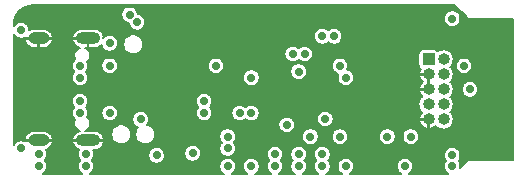
<source format=gbr>
G04 #@! TF.GenerationSoftware,KiCad,Pcbnew,(5.1.0)-1*
G04 #@! TF.CreationDate,2020-02-07T03:11:47-08:00*
G04 #@! TF.ProjectId,design,64657369-676e-42e6-9b69-6361645f7063,rev?*
G04 #@! TF.SameCoordinates,Original*
G04 #@! TF.FileFunction,Copper,L2,Inr*
G04 #@! TF.FilePolarity,Positive*
%FSLAX46Y46*%
G04 Gerber Fmt 4.6, Leading zero omitted, Abs format (unit mm)*
G04 Created by KiCad (PCBNEW (5.1.0)-1) date 2020-02-07 03:11:47*
%MOMM*%
%LPD*%
G04 APERTURE LIST*
%ADD10O,1.800000X1.000000*%
%ADD11O,2.100000X1.000000*%
%ADD12R,1.000000X1.000000*%
%ADD13O,1.000000X1.000000*%
%ADD14C,0.700000*%
%ADD15C,0.200000*%
G04 APERTURE END LIST*
D10*
X141000000Y-51680000D03*
X141000000Y-60320000D03*
D11*
X145180000Y-51680000D03*
X145180000Y-60320000D03*
D12*
X174000000Y-53460000D03*
D13*
X175270000Y-53460000D03*
X174000000Y-54730000D03*
X175270000Y-54730000D03*
X174000000Y-56000000D03*
X175270000Y-56000000D03*
X174000000Y-57270000D03*
X175270000Y-57270000D03*
X174000000Y-58540000D03*
X175270000Y-58540000D03*
D14*
X159000000Y-57000000D03*
X155000000Y-55000000D03*
X156000000Y-58000000D03*
X158000000Y-54000000D03*
X148365000Y-58540000D03*
X166500000Y-57000000D03*
X144500000Y-54000000D03*
X144499916Y-58000000D03*
X177500000Y-56000000D03*
X165000000Y-61500000D03*
X157000000Y-61000000D03*
X159000000Y-58000000D03*
X165000000Y-62500000D03*
X141000000Y-62500000D03*
X176000000Y-61590000D03*
X144500000Y-57000000D03*
X149635000Y-58540000D03*
X155000000Y-58000000D03*
X145000000Y-61500000D03*
X159000000Y-62500000D03*
X159000000Y-55000000D03*
X155000000Y-57000000D03*
X158000000Y-58000000D03*
X156000000Y-54000000D03*
X139500000Y-51000000D03*
X139500000Y-61000000D03*
X141000000Y-61500000D03*
X144500000Y-55000000D03*
X172000000Y-62500000D03*
X176000000Y-62500000D03*
X145000000Y-62500000D03*
X167000000Y-62500000D03*
X157000000Y-62500000D03*
X176000000Y-50000000D03*
X161000000Y-61500000D03*
X163000000Y-61500000D03*
X179500000Y-58000000D03*
X179000000Y-54000000D03*
X163000000Y-62500000D03*
X177000000Y-54000000D03*
X147000000Y-54000000D03*
X147000000Y-58000000D03*
X163500000Y-53000000D03*
X162500000Y-53000000D03*
X161000000Y-62500000D03*
X165250000Y-58500000D03*
X170500000Y-60000000D03*
X166000000Y-51500000D03*
X167000000Y-55000000D03*
X172500000Y-60000000D03*
X147000000Y-52095000D03*
X166500000Y-54000000D03*
X166500000Y-60000000D03*
X164000000Y-60000000D03*
X163000000Y-54500000D03*
X165000000Y-51500000D03*
X150972876Y-61586797D03*
X162000000Y-59000000D03*
X148681801Y-49681801D03*
X149318199Y-50318199D03*
X154027128Y-61413206D03*
X157000000Y-60000000D03*
D15*
G36*
X177218844Y-49904831D02*
G01*
X177230710Y-49919290D01*
X177288421Y-49966651D01*
X177354262Y-50001844D01*
X177425703Y-50023515D01*
X177500000Y-50030833D01*
X177518610Y-50029000D01*
X181121000Y-50029000D01*
X181121001Y-61971000D01*
X177518610Y-61971000D01*
X177500000Y-61969167D01*
X177481390Y-61971000D01*
X177425703Y-61976485D01*
X177354262Y-61998156D01*
X177288421Y-62033349D01*
X177230710Y-62080710D01*
X177218844Y-62095169D01*
X176693900Y-62620114D01*
X176704000Y-62569338D01*
X176704000Y-62430662D01*
X176676945Y-62294651D01*
X176623876Y-62166531D01*
X176546832Y-62051226D01*
X176540606Y-62045000D01*
X176546832Y-62038774D01*
X176623876Y-61923469D01*
X176676945Y-61795349D01*
X176704000Y-61659338D01*
X176704000Y-61520662D01*
X176676945Y-61384651D01*
X176623876Y-61256531D01*
X176546832Y-61141226D01*
X176448774Y-61043168D01*
X176333469Y-60966124D01*
X176205349Y-60913055D01*
X176069338Y-60886000D01*
X175930662Y-60886000D01*
X175794651Y-60913055D01*
X175666531Y-60966124D01*
X175551226Y-61043168D01*
X175453168Y-61141226D01*
X175376124Y-61256531D01*
X175323055Y-61384651D01*
X175296000Y-61520662D01*
X175296000Y-61659338D01*
X175323055Y-61795349D01*
X175376124Y-61923469D01*
X175453168Y-62038774D01*
X175459394Y-62045000D01*
X175453168Y-62051226D01*
X175376124Y-62166531D01*
X175323055Y-62294651D01*
X175296000Y-62430662D01*
X175296000Y-62569338D01*
X175323055Y-62705349D01*
X175376124Y-62833469D01*
X175453168Y-62948774D01*
X175551226Y-63046832D01*
X175662227Y-63121000D01*
X172337773Y-63121000D01*
X172448774Y-63046832D01*
X172546832Y-62948774D01*
X172623876Y-62833469D01*
X172676945Y-62705349D01*
X172704000Y-62569338D01*
X172704000Y-62430662D01*
X172676945Y-62294651D01*
X172623876Y-62166531D01*
X172546832Y-62051226D01*
X172448774Y-61953168D01*
X172333469Y-61876124D01*
X172205349Y-61823055D01*
X172069338Y-61796000D01*
X171930662Y-61796000D01*
X171794651Y-61823055D01*
X171666531Y-61876124D01*
X171551226Y-61953168D01*
X171453168Y-62051226D01*
X171376124Y-62166531D01*
X171323055Y-62294651D01*
X171296000Y-62430662D01*
X171296000Y-62569338D01*
X171323055Y-62705349D01*
X171376124Y-62833469D01*
X171453168Y-62948774D01*
X171551226Y-63046832D01*
X171662227Y-63121000D01*
X167337773Y-63121000D01*
X167448774Y-63046832D01*
X167546832Y-62948774D01*
X167623876Y-62833469D01*
X167676945Y-62705349D01*
X167704000Y-62569338D01*
X167704000Y-62430662D01*
X167676945Y-62294651D01*
X167623876Y-62166531D01*
X167546832Y-62051226D01*
X167448774Y-61953168D01*
X167333469Y-61876124D01*
X167205349Y-61823055D01*
X167069338Y-61796000D01*
X166930662Y-61796000D01*
X166794651Y-61823055D01*
X166666531Y-61876124D01*
X166551226Y-61953168D01*
X166453168Y-62051226D01*
X166376124Y-62166531D01*
X166323055Y-62294651D01*
X166296000Y-62430662D01*
X166296000Y-62569338D01*
X166323055Y-62705349D01*
X166376124Y-62833469D01*
X166453168Y-62948774D01*
X166551226Y-63046832D01*
X166662227Y-63121000D01*
X165337773Y-63121000D01*
X165448774Y-63046832D01*
X165546832Y-62948774D01*
X165623876Y-62833469D01*
X165676945Y-62705349D01*
X165704000Y-62569338D01*
X165704000Y-62430662D01*
X165676945Y-62294651D01*
X165623876Y-62166531D01*
X165546832Y-62051226D01*
X165495606Y-62000000D01*
X165546832Y-61948774D01*
X165623876Y-61833469D01*
X165676945Y-61705349D01*
X165704000Y-61569338D01*
X165704000Y-61430662D01*
X165676945Y-61294651D01*
X165623876Y-61166531D01*
X165546832Y-61051226D01*
X165448774Y-60953168D01*
X165333469Y-60876124D01*
X165205349Y-60823055D01*
X165069338Y-60796000D01*
X164930662Y-60796000D01*
X164794651Y-60823055D01*
X164666531Y-60876124D01*
X164551226Y-60953168D01*
X164453168Y-61051226D01*
X164376124Y-61166531D01*
X164323055Y-61294651D01*
X164296000Y-61430662D01*
X164296000Y-61569338D01*
X164323055Y-61705349D01*
X164376124Y-61833469D01*
X164453168Y-61948774D01*
X164504394Y-62000000D01*
X164453168Y-62051226D01*
X164376124Y-62166531D01*
X164323055Y-62294651D01*
X164296000Y-62430662D01*
X164296000Y-62569338D01*
X164323055Y-62705349D01*
X164376124Y-62833469D01*
X164453168Y-62948774D01*
X164551226Y-63046832D01*
X164662227Y-63121000D01*
X163337773Y-63121000D01*
X163448774Y-63046832D01*
X163546832Y-62948774D01*
X163623876Y-62833469D01*
X163676945Y-62705349D01*
X163704000Y-62569338D01*
X163704000Y-62430662D01*
X163676945Y-62294651D01*
X163623876Y-62166531D01*
X163546832Y-62051226D01*
X163495606Y-62000000D01*
X163546832Y-61948774D01*
X163623876Y-61833469D01*
X163676945Y-61705349D01*
X163704000Y-61569338D01*
X163704000Y-61430662D01*
X163676945Y-61294651D01*
X163623876Y-61166531D01*
X163546832Y-61051226D01*
X163448774Y-60953168D01*
X163333469Y-60876124D01*
X163205349Y-60823055D01*
X163069338Y-60796000D01*
X162930662Y-60796000D01*
X162794651Y-60823055D01*
X162666531Y-60876124D01*
X162551226Y-60953168D01*
X162453168Y-61051226D01*
X162376124Y-61166531D01*
X162323055Y-61294651D01*
X162296000Y-61430662D01*
X162296000Y-61569338D01*
X162323055Y-61705349D01*
X162376124Y-61833469D01*
X162453168Y-61948774D01*
X162504394Y-62000000D01*
X162453168Y-62051226D01*
X162376124Y-62166531D01*
X162323055Y-62294651D01*
X162296000Y-62430662D01*
X162296000Y-62569338D01*
X162323055Y-62705349D01*
X162376124Y-62833469D01*
X162453168Y-62948774D01*
X162551226Y-63046832D01*
X162662227Y-63121000D01*
X161337773Y-63121000D01*
X161448774Y-63046832D01*
X161546832Y-62948774D01*
X161623876Y-62833469D01*
X161676945Y-62705349D01*
X161704000Y-62569338D01*
X161704000Y-62430662D01*
X161676945Y-62294651D01*
X161623876Y-62166531D01*
X161546832Y-62051226D01*
X161495606Y-62000000D01*
X161546832Y-61948774D01*
X161623876Y-61833469D01*
X161676945Y-61705349D01*
X161704000Y-61569338D01*
X161704000Y-61430662D01*
X161676945Y-61294651D01*
X161623876Y-61166531D01*
X161546832Y-61051226D01*
X161448774Y-60953168D01*
X161333469Y-60876124D01*
X161205349Y-60823055D01*
X161069338Y-60796000D01*
X160930662Y-60796000D01*
X160794651Y-60823055D01*
X160666531Y-60876124D01*
X160551226Y-60953168D01*
X160453168Y-61051226D01*
X160376124Y-61166531D01*
X160323055Y-61294651D01*
X160296000Y-61430662D01*
X160296000Y-61569338D01*
X160323055Y-61705349D01*
X160376124Y-61833469D01*
X160453168Y-61948774D01*
X160504394Y-62000000D01*
X160453168Y-62051226D01*
X160376124Y-62166531D01*
X160323055Y-62294651D01*
X160296000Y-62430662D01*
X160296000Y-62569338D01*
X160323055Y-62705349D01*
X160376124Y-62833469D01*
X160453168Y-62948774D01*
X160551226Y-63046832D01*
X160662227Y-63121000D01*
X159337773Y-63121000D01*
X159448774Y-63046832D01*
X159546832Y-62948774D01*
X159623876Y-62833469D01*
X159676945Y-62705349D01*
X159704000Y-62569338D01*
X159704000Y-62430662D01*
X159676945Y-62294651D01*
X159623876Y-62166531D01*
X159546832Y-62051226D01*
X159448774Y-61953168D01*
X159333469Y-61876124D01*
X159205349Y-61823055D01*
X159069338Y-61796000D01*
X158930662Y-61796000D01*
X158794651Y-61823055D01*
X158666531Y-61876124D01*
X158551226Y-61953168D01*
X158453168Y-62051226D01*
X158376124Y-62166531D01*
X158323055Y-62294651D01*
X158296000Y-62430662D01*
X158296000Y-62569338D01*
X158323055Y-62705349D01*
X158376124Y-62833469D01*
X158453168Y-62948774D01*
X158551226Y-63046832D01*
X158662227Y-63121000D01*
X157337773Y-63121000D01*
X157448774Y-63046832D01*
X157546832Y-62948774D01*
X157623876Y-62833469D01*
X157676945Y-62705349D01*
X157704000Y-62569338D01*
X157704000Y-62430662D01*
X157676945Y-62294651D01*
X157623876Y-62166531D01*
X157546832Y-62051226D01*
X157448774Y-61953168D01*
X157333469Y-61876124D01*
X157205349Y-61823055D01*
X157069338Y-61796000D01*
X156930662Y-61796000D01*
X156794651Y-61823055D01*
X156666531Y-61876124D01*
X156551226Y-61953168D01*
X156453168Y-62051226D01*
X156376124Y-62166531D01*
X156323055Y-62294651D01*
X156296000Y-62430662D01*
X156296000Y-62569338D01*
X156323055Y-62705349D01*
X156376124Y-62833469D01*
X156453168Y-62948774D01*
X156551226Y-63046832D01*
X156662227Y-63121000D01*
X145337773Y-63121000D01*
X145448774Y-63046832D01*
X145546832Y-62948774D01*
X145623876Y-62833469D01*
X145676945Y-62705349D01*
X145704000Y-62569338D01*
X145704000Y-62430662D01*
X145676945Y-62294651D01*
X145623876Y-62166531D01*
X145546832Y-62051226D01*
X145495606Y-62000000D01*
X145546832Y-61948774D01*
X145623876Y-61833469D01*
X145676945Y-61705349D01*
X145704000Y-61569338D01*
X145704000Y-61517459D01*
X150268876Y-61517459D01*
X150268876Y-61656135D01*
X150295931Y-61792146D01*
X150349000Y-61920266D01*
X150426044Y-62035571D01*
X150524102Y-62133629D01*
X150639407Y-62210673D01*
X150767527Y-62263742D01*
X150903538Y-62290797D01*
X151042214Y-62290797D01*
X151178225Y-62263742D01*
X151306345Y-62210673D01*
X151421650Y-62133629D01*
X151519708Y-62035571D01*
X151596752Y-61920266D01*
X151649821Y-61792146D01*
X151676876Y-61656135D01*
X151676876Y-61517459D01*
X151649821Y-61381448D01*
X151634255Y-61343868D01*
X153323128Y-61343868D01*
X153323128Y-61482544D01*
X153350183Y-61618555D01*
X153403252Y-61746675D01*
X153480296Y-61861980D01*
X153578354Y-61960038D01*
X153693659Y-62037082D01*
X153821779Y-62090151D01*
X153957790Y-62117206D01*
X154096466Y-62117206D01*
X154232477Y-62090151D01*
X154360597Y-62037082D01*
X154475902Y-61960038D01*
X154573960Y-61861980D01*
X154651004Y-61746675D01*
X154704073Y-61618555D01*
X154731128Y-61482544D01*
X154731128Y-61343868D01*
X154704073Y-61207857D01*
X154651004Y-61079737D01*
X154573960Y-60964432D01*
X154475902Y-60866374D01*
X154360597Y-60789330D01*
X154232477Y-60736261D01*
X154096466Y-60709206D01*
X153957790Y-60709206D01*
X153821779Y-60736261D01*
X153693659Y-60789330D01*
X153578354Y-60866374D01*
X153480296Y-60964432D01*
X153403252Y-61079737D01*
X153350183Y-61207857D01*
X153323128Y-61343868D01*
X151634255Y-61343868D01*
X151596752Y-61253328D01*
X151519708Y-61138023D01*
X151421650Y-61039965D01*
X151306345Y-60962921D01*
X151178225Y-60909852D01*
X151042214Y-60882797D01*
X150903538Y-60882797D01*
X150767527Y-60909852D01*
X150639407Y-60962921D01*
X150524102Y-61039965D01*
X150426044Y-61138023D01*
X150349000Y-61253328D01*
X150295931Y-61381448D01*
X150268876Y-61517459D01*
X145704000Y-61517459D01*
X145704000Y-61430662D01*
X145676945Y-61294651D01*
X145623876Y-61166531D01*
X145592785Y-61120000D01*
X145755000Y-61120000D01*
X145910592Y-61099751D01*
X146059244Y-61049537D01*
X146195243Y-60971287D01*
X146313363Y-60868008D01*
X146409065Y-60743670D01*
X146478671Y-60603050D01*
X146515854Y-60469779D01*
X146454569Y-60345000D01*
X145205000Y-60345000D01*
X145205000Y-60365000D01*
X145155000Y-60365000D01*
X145155000Y-60345000D01*
X143905431Y-60345000D01*
X143844146Y-60469779D01*
X143881329Y-60603050D01*
X143950935Y-60743670D01*
X144046637Y-60868008D01*
X144164757Y-60971287D01*
X144300756Y-61049537D01*
X144426023Y-61091852D01*
X144376124Y-61166531D01*
X144323055Y-61294651D01*
X144296000Y-61430662D01*
X144296000Y-61569338D01*
X144323055Y-61705349D01*
X144376124Y-61833469D01*
X144453168Y-61948774D01*
X144504394Y-62000000D01*
X144453168Y-62051226D01*
X144376124Y-62166531D01*
X144323055Y-62294651D01*
X144296000Y-62430662D01*
X144296000Y-62569338D01*
X144323055Y-62705349D01*
X144376124Y-62833469D01*
X144453168Y-62948774D01*
X144551226Y-63046832D01*
X144662227Y-63121000D01*
X141337773Y-63121000D01*
X141448774Y-63046832D01*
X141546832Y-62948774D01*
X141623876Y-62833469D01*
X141676945Y-62705349D01*
X141704000Y-62569338D01*
X141704000Y-62430662D01*
X141676945Y-62294651D01*
X141623876Y-62166531D01*
X141546832Y-62051226D01*
X141495606Y-62000000D01*
X141546832Y-61948774D01*
X141623876Y-61833469D01*
X141676945Y-61705349D01*
X141704000Y-61569338D01*
X141704000Y-61430662D01*
X141676945Y-61294651D01*
X141623876Y-61166531D01*
X141579362Y-61099911D01*
X141580592Y-61099751D01*
X141729244Y-61049537D01*
X141865243Y-60971287D01*
X141983363Y-60868008D01*
X142079065Y-60743670D01*
X142148671Y-60603050D01*
X142185854Y-60469779D01*
X142124569Y-60345000D01*
X141025000Y-60345000D01*
X141025000Y-60365000D01*
X140975000Y-60365000D01*
X140975000Y-60345000D01*
X139875431Y-60345000D01*
X139853553Y-60389544D01*
X139833469Y-60376124D01*
X139705349Y-60323055D01*
X139569338Y-60296000D01*
X139430662Y-60296000D01*
X139294651Y-60323055D01*
X139166531Y-60376124D01*
X139051226Y-60453168D01*
X138953168Y-60551226D01*
X138879000Y-60662227D01*
X138879000Y-60170221D01*
X139814146Y-60170221D01*
X139875431Y-60295000D01*
X140975000Y-60295000D01*
X140975000Y-60275000D01*
X141025000Y-60275000D01*
X141025000Y-60295000D01*
X142124569Y-60295000D01*
X142185854Y-60170221D01*
X142148671Y-60036950D01*
X142079065Y-59896330D01*
X141983363Y-59771992D01*
X141865243Y-59668713D01*
X141729244Y-59590463D01*
X141580592Y-59540249D01*
X141425000Y-59520000D01*
X140575000Y-59520000D01*
X140419408Y-59540249D01*
X140270756Y-59590463D01*
X140134757Y-59668713D01*
X140016637Y-59771992D01*
X139920935Y-59896330D01*
X139851329Y-60036950D01*
X139814146Y-60170221D01*
X138879000Y-60170221D01*
X138879000Y-57930662D01*
X143795916Y-57930662D01*
X143795916Y-58069338D01*
X143822971Y-58205349D01*
X143876040Y-58333469D01*
X143953084Y-58448774D01*
X144051142Y-58546832D01*
X144082366Y-58567695D01*
X144049651Y-58628901D01*
X144010825Y-58756893D01*
X143997715Y-58890000D01*
X144010825Y-59023107D01*
X144049651Y-59151099D01*
X144112701Y-59269057D01*
X144197552Y-59372448D01*
X144300943Y-59457299D01*
X144418901Y-59520349D01*
X144473966Y-59537053D01*
X144449408Y-59540249D01*
X144300756Y-59590463D01*
X144164757Y-59668713D01*
X144046637Y-59771992D01*
X143950935Y-59896330D01*
X143881329Y-60036950D01*
X143844146Y-60170221D01*
X143905431Y-60295000D01*
X145155000Y-60295000D01*
X145155000Y-60275000D01*
X145205000Y-60275000D01*
X145205000Y-60295000D01*
X146454569Y-60295000D01*
X146515854Y-60170221D01*
X146478671Y-60036950D01*
X146409065Y-59896330D01*
X146313363Y-59771992D01*
X146261164Y-59726351D01*
X147134700Y-59726351D01*
X147134700Y-59893649D01*
X147167339Y-60057732D01*
X147231360Y-60212294D01*
X147324306Y-60351397D01*
X147442603Y-60469694D01*
X147581706Y-60562640D01*
X147736268Y-60626661D01*
X147900351Y-60659300D01*
X148067649Y-60659300D01*
X148231732Y-60626661D01*
X148386294Y-60562640D01*
X148525397Y-60469694D01*
X148643694Y-60351397D01*
X148736640Y-60212294D01*
X148800661Y-60057732D01*
X148833300Y-59893649D01*
X148833300Y-59726351D01*
X148800661Y-59562268D01*
X148736640Y-59407706D01*
X148643694Y-59268603D01*
X148525397Y-59150306D01*
X148386294Y-59057360D01*
X148231732Y-58993339D01*
X148067649Y-58960700D01*
X147900351Y-58960700D01*
X147736268Y-58993339D01*
X147581706Y-59057360D01*
X147442603Y-59150306D01*
X147324306Y-59268603D01*
X147231360Y-59407706D01*
X147167339Y-59562268D01*
X147134700Y-59726351D01*
X146261164Y-59726351D01*
X146195243Y-59668713D01*
X146059244Y-59590463D01*
X145910592Y-59540249D01*
X145755000Y-59520000D01*
X144941752Y-59520000D01*
X145059057Y-59457299D01*
X145162448Y-59372448D01*
X145247299Y-59269057D01*
X145310349Y-59151099D01*
X145349175Y-59023107D01*
X145362285Y-58890000D01*
X145349175Y-58756893D01*
X145310349Y-58628901D01*
X145247299Y-58510943D01*
X145162448Y-58407552D01*
X145105513Y-58360826D01*
X145123792Y-58333469D01*
X145176861Y-58205349D01*
X145203916Y-58069338D01*
X145203916Y-57930662D01*
X146296000Y-57930662D01*
X146296000Y-58069338D01*
X146323055Y-58205349D01*
X146376124Y-58333469D01*
X146453168Y-58448774D01*
X146551226Y-58546832D01*
X146666531Y-58623876D01*
X146794651Y-58676945D01*
X146930662Y-58704000D01*
X147069338Y-58704000D01*
X147205349Y-58676945D01*
X147333469Y-58623876D01*
X147448774Y-58546832D01*
X147524944Y-58470662D01*
X148931000Y-58470662D01*
X148931000Y-58609338D01*
X148958055Y-58745349D01*
X149011124Y-58873469D01*
X149088168Y-58988774D01*
X149186226Y-59086832D01*
X149301531Y-59163876D01*
X149414316Y-59210593D01*
X149356306Y-59268603D01*
X149263360Y-59407706D01*
X149199339Y-59562268D01*
X149166700Y-59726351D01*
X149166700Y-59893649D01*
X149199339Y-60057732D01*
X149263360Y-60212294D01*
X149356306Y-60351397D01*
X149474603Y-60469694D01*
X149613706Y-60562640D01*
X149768268Y-60626661D01*
X149932351Y-60659300D01*
X150099649Y-60659300D01*
X150263732Y-60626661D01*
X150418294Y-60562640D01*
X150557397Y-60469694D01*
X150675694Y-60351397D01*
X150768640Y-60212294D01*
X150832661Y-60057732D01*
X150857937Y-59930662D01*
X156296000Y-59930662D01*
X156296000Y-60069338D01*
X156323055Y-60205349D01*
X156376124Y-60333469D01*
X156453168Y-60448774D01*
X156504394Y-60500000D01*
X156453168Y-60551226D01*
X156376124Y-60666531D01*
X156323055Y-60794651D01*
X156296000Y-60930662D01*
X156296000Y-61069338D01*
X156323055Y-61205349D01*
X156376124Y-61333469D01*
X156453168Y-61448774D01*
X156551226Y-61546832D01*
X156666531Y-61623876D01*
X156794651Y-61676945D01*
X156930662Y-61704000D01*
X157069338Y-61704000D01*
X157205349Y-61676945D01*
X157333469Y-61623876D01*
X157448774Y-61546832D01*
X157546832Y-61448774D01*
X157623876Y-61333469D01*
X157676945Y-61205349D01*
X157704000Y-61069338D01*
X157704000Y-60930662D01*
X157676945Y-60794651D01*
X157623876Y-60666531D01*
X157546832Y-60551226D01*
X157495606Y-60500000D01*
X157546832Y-60448774D01*
X157623876Y-60333469D01*
X157676945Y-60205349D01*
X157704000Y-60069338D01*
X157704000Y-59930662D01*
X163296000Y-59930662D01*
X163296000Y-60069338D01*
X163323055Y-60205349D01*
X163376124Y-60333469D01*
X163453168Y-60448774D01*
X163551226Y-60546832D01*
X163666531Y-60623876D01*
X163794651Y-60676945D01*
X163930662Y-60704000D01*
X164069338Y-60704000D01*
X164205349Y-60676945D01*
X164333469Y-60623876D01*
X164448774Y-60546832D01*
X164546832Y-60448774D01*
X164623876Y-60333469D01*
X164676945Y-60205349D01*
X164704000Y-60069338D01*
X164704000Y-59930662D01*
X165796000Y-59930662D01*
X165796000Y-60069338D01*
X165823055Y-60205349D01*
X165876124Y-60333469D01*
X165953168Y-60448774D01*
X166051226Y-60546832D01*
X166166531Y-60623876D01*
X166294651Y-60676945D01*
X166430662Y-60704000D01*
X166569338Y-60704000D01*
X166705349Y-60676945D01*
X166833469Y-60623876D01*
X166948774Y-60546832D01*
X167046832Y-60448774D01*
X167123876Y-60333469D01*
X167176945Y-60205349D01*
X167204000Y-60069338D01*
X167204000Y-59930662D01*
X169796000Y-59930662D01*
X169796000Y-60069338D01*
X169823055Y-60205349D01*
X169876124Y-60333469D01*
X169953168Y-60448774D01*
X170051226Y-60546832D01*
X170166531Y-60623876D01*
X170294651Y-60676945D01*
X170430662Y-60704000D01*
X170569338Y-60704000D01*
X170705349Y-60676945D01*
X170833469Y-60623876D01*
X170948774Y-60546832D01*
X171046832Y-60448774D01*
X171123876Y-60333469D01*
X171176945Y-60205349D01*
X171204000Y-60069338D01*
X171204000Y-59930662D01*
X171796000Y-59930662D01*
X171796000Y-60069338D01*
X171823055Y-60205349D01*
X171876124Y-60333469D01*
X171953168Y-60448774D01*
X172051226Y-60546832D01*
X172166531Y-60623876D01*
X172294651Y-60676945D01*
X172430662Y-60704000D01*
X172569338Y-60704000D01*
X172705349Y-60676945D01*
X172833469Y-60623876D01*
X172948774Y-60546832D01*
X173046832Y-60448774D01*
X173123876Y-60333469D01*
X173176945Y-60205349D01*
X173204000Y-60069338D01*
X173204000Y-59930662D01*
X173176945Y-59794651D01*
X173123876Y-59666531D01*
X173046832Y-59551226D01*
X172948774Y-59453168D01*
X172833469Y-59376124D01*
X172705349Y-59323055D01*
X172569338Y-59296000D01*
X172430662Y-59296000D01*
X172294651Y-59323055D01*
X172166531Y-59376124D01*
X172051226Y-59453168D01*
X171953168Y-59551226D01*
X171876124Y-59666531D01*
X171823055Y-59794651D01*
X171796000Y-59930662D01*
X171204000Y-59930662D01*
X171176945Y-59794651D01*
X171123876Y-59666531D01*
X171046832Y-59551226D01*
X170948774Y-59453168D01*
X170833469Y-59376124D01*
X170705349Y-59323055D01*
X170569338Y-59296000D01*
X170430662Y-59296000D01*
X170294651Y-59323055D01*
X170166531Y-59376124D01*
X170051226Y-59453168D01*
X169953168Y-59551226D01*
X169876124Y-59666531D01*
X169823055Y-59794651D01*
X169796000Y-59930662D01*
X167204000Y-59930662D01*
X167176945Y-59794651D01*
X167123876Y-59666531D01*
X167046832Y-59551226D01*
X166948774Y-59453168D01*
X166833469Y-59376124D01*
X166705349Y-59323055D01*
X166569338Y-59296000D01*
X166430662Y-59296000D01*
X166294651Y-59323055D01*
X166166531Y-59376124D01*
X166051226Y-59453168D01*
X165953168Y-59551226D01*
X165876124Y-59666531D01*
X165823055Y-59794651D01*
X165796000Y-59930662D01*
X164704000Y-59930662D01*
X164676945Y-59794651D01*
X164623876Y-59666531D01*
X164546832Y-59551226D01*
X164448774Y-59453168D01*
X164333469Y-59376124D01*
X164205349Y-59323055D01*
X164069338Y-59296000D01*
X163930662Y-59296000D01*
X163794651Y-59323055D01*
X163666531Y-59376124D01*
X163551226Y-59453168D01*
X163453168Y-59551226D01*
X163376124Y-59666531D01*
X163323055Y-59794651D01*
X163296000Y-59930662D01*
X157704000Y-59930662D01*
X157676945Y-59794651D01*
X157623876Y-59666531D01*
X157546832Y-59551226D01*
X157448774Y-59453168D01*
X157333469Y-59376124D01*
X157205349Y-59323055D01*
X157069338Y-59296000D01*
X156930662Y-59296000D01*
X156794651Y-59323055D01*
X156666531Y-59376124D01*
X156551226Y-59453168D01*
X156453168Y-59551226D01*
X156376124Y-59666531D01*
X156323055Y-59794651D01*
X156296000Y-59930662D01*
X150857937Y-59930662D01*
X150865300Y-59893649D01*
X150865300Y-59726351D01*
X150832661Y-59562268D01*
X150768640Y-59407706D01*
X150675694Y-59268603D01*
X150557397Y-59150306D01*
X150418294Y-59057360D01*
X150263732Y-58993339D01*
X150188748Y-58978423D01*
X150220660Y-58930662D01*
X161296000Y-58930662D01*
X161296000Y-59069338D01*
X161323055Y-59205349D01*
X161376124Y-59333469D01*
X161453168Y-59448774D01*
X161551226Y-59546832D01*
X161666531Y-59623876D01*
X161794651Y-59676945D01*
X161930662Y-59704000D01*
X162069338Y-59704000D01*
X162205349Y-59676945D01*
X162333469Y-59623876D01*
X162448774Y-59546832D01*
X162546832Y-59448774D01*
X162623876Y-59333469D01*
X162676945Y-59205349D01*
X162704000Y-59069338D01*
X162704000Y-58930662D01*
X162676945Y-58794651D01*
X162623876Y-58666531D01*
X162546832Y-58551226D01*
X162448774Y-58453168D01*
X162415092Y-58430662D01*
X164546000Y-58430662D01*
X164546000Y-58569338D01*
X164573055Y-58705349D01*
X164626124Y-58833469D01*
X164703168Y-58948774D01*
X164801226Y-59046832D01*
X164916531Y-59123876D01*
X165044651Y-59176945D01*
X165180662Y-59204000D01*
X165319338Y-59204000D01*
X165455349Y-59176945D01*
X165583469Y-59123876D01*
X165698774Y-59046832D01*
X165796832Y-58948774D01*
X165873876Y-58833469D01*
X165926945Y-58705349D01*
X165930042Y-58689779D01*
X173214146Y-58689779D01*
X173216646Y-58702357D01*
X173263372Y-58852062D01*
X173338406Y-58989775D01*
X173438865Y-59110203D01*
X173560888Y-59208719D01*
X173699786Y-59281536D01*
X173850221Y-59325856D01*
X173975000Y-59264611D01*
X173975000Y-58565000D01*
X173275431Y-58565000D01*
X173214146Y-58689779D01*
X165930042Y-58689779D01*
X165954000Y-58569338D01*
X165954000Y-58430662D01*
X165926945Y-58294651D01*
X165873876Y-58166531D01*
X165796832Y-58051226D01*
X165698774Y-57953168D01*
X165583469Y-57876124D01*
X165455349Y-57823055D01*
X165319338Y-57796000D01*
X165180662Y-57796000D01*
X165044651Y-57823055D01*
X164916531Y-57876124D01*
X164801226Y-57953168D01*
X164703168Y-58051226D01*
X164626124Y-58166531D01*
X164573055Y-58294651D01*
X164546000Y-58430662D01*
X162415092Y-58430662D01*
X162333469Y-58376124D01*
X162205349Y-58323055D01*
X162069338Y-58296000D01*
X161930662Y-58296000D01*
X161794651Y-58323055D01*
X161666531Y-58376124D01*
X161551226Y-58453168D01*
X161453168Y-58551226D01*
X161376124Y-58666531D01*
X161323055Y-58794651D01*
X161296000Y-58930662D01*
X150220660Y-58930662D01*
X150258876Y-58873469D01*
X150311945Y-58745349D01*
X150339000Y-58609338D01*
X150339000Y-58470662D01*
X150311945Y-58334651D01*
X150258876Y-58206531D01*
X150181832Y-58091226D01*
X150083774Y-57993168D01*
X149968469Y-57916124D01*
X149840349Y-57863055D01*
X149704338Y-57836000D01*
X149565662Y-57836000D01*
X149429651Y-57863055D01*
X149301531Y-57916124D01*
X149186226Y-57993168D01*
X149088168Y-58091226D01*
X149011124Y-58206531D01*
X148958055Y-58334651D01*
X148931000Y-58470662D01*
X147524944Y-58470662D01*
X147546832Y-58448774D01*
X147623876Y-58333469D01*
X147676945Y-58205349D01*
X147704000Y-58069338D01*
X147704000Y-57930662D01*
X147676945Y-57794651D01*
X147623876Y-57666531D01*
X147546832Y-57551226D01*
X147448774Y-57453168D01*
X147333469Y-57376124D01*
X147205349Y-57323055D01*
X147069338Y-57296000D01*
X146930662Y-57296000D01*
X146794651Y-57323055D01*
X146666531Y-57376124D01*
X146551226Y-57453168D01*
X146453168Y-57551226D01*
X146376124Y-57666531D01*
X146323055Y-57794651D01*
X146296000Y-57930662D01*
X145203916Y-57930662D01*
X145176861Y-57794651D01*
X145123792Y-57666531D01*
X145046748Y-57551226D01*
X144995564Y-57500042D01*
X145046832Y-57448774D01*
X145123876Y-57333469D01*
X145176945Y-57205349D01*
X145204000Y-57069338D01*
X145204000Y-56930662D01*
X154296000Y-56930662D01*
X154296000Y-57069338D01*
X154323055Y-57205349D01*
X154376124Y-57333469D01*
X154453168Y-57448774D01*
X154504394Y-57500000D01*
X154453168Y-57551226D01*
X154376124Y-57666531D01*
X154323055Y-57794651D01*
X154296000Y-57930662D01*
X154296000Y-58069338D01*
X154323055Y-58205349D01*
X154376124Y-58333469D01*
X154453168Y-58448774D01*
X154551226Y-58546832D01*
X154666531Y-58623876D01*
X154794651Y-58676945D01*
X154930662Y-58704000D01*
X155069338Y-58704000D01*
X155205349Y-58676945D01*
X155333469Y-58623876D01*
X155448774Y-58546832D01*
X155546832Y-58448774D01*
X155623876Y-58333469D01*
X155676945Y-58205349D01*
X155704000Y-58069338D01*
X155704000Y-57930662D01*
X157296000Y-57930662D01*
X157296000Y-58069338D01*
X157323055Y-58205349D01*
X157376124Y-58333469D01*
X157453168Y-58448774D01*
X157551226Y-58546832D01*
X157666531Y-58623876D01*
X157794651Y-58676945D01*
X157930662Y-58704000D01*
X158069338Y-58704000D01*
X158205349Y-58676945D01*
X158333469Y-58623876D01*
X158448774Y-58546832D01*
X158500000Y-58495606D01*
X158551226Y-58546832D01*
X158666531Y-58623876D01*
X158794651Y-58676945D01*
X158930662Y-58704000D01*
X159069338Y-58704000D01*
X159205349Y-58676945D01*
X159333469Y-58623876D01*
X159448774Y-58546832D01*
X159546832Y-58448774D01*
X159623876Y-58333469D01*
X159676945Y-58205349D01*
X159704000Y-58069338D01*
X159704000Y-57930662D01*
X159676945Y-57794651D01*
X159623876Y-57666531D01*
X159546832Y-57551226D01*
X159448774Y-57453168D01*
X159333469Y-57376124D01*
X159205349Y-57323055D01*
X159069338Y-57296000D01*
X158930662Y-57296000D01*
X158794651Y-57323055D01*
X158666531Y-57376124D01*
X158551226Y-57453168D01*
X158500000Y-57504394D01*
X158448774Y-57453168D01*
X158333469Y-57376124D01*
X158205349Y-57323055D01*
X158069338Y-57296000D01*
X157930662Y-57296000D01*
X157794651Y-57323055D01*
X157666531Y-57376124D01*
X157551226Y-57453168D01*
X157453168Y-57551226D01*
X157376124Y-57666531D01*
X157323055Y-57794651D01*
X157296000Y-57930662D01*
X155704000Y-57930662D01*
X155676945Y-57794651D01*
X155623876Y-57666531D01*
X155546832Y-57551226D01*
X155495606Y-57500000D01*
X155546832Y-57448774D01*
X155623876Y-57333469D01*
X155650165Y-57270000D01*
X173141868Y-57270000D01*
X173158357Y-57437413D01*
X173207189Y-57598393D01*
X173286489Y-57746753D01*
X173393209Y-57876791D01*
X173472978Y-57942256D01*
X173438865Y-57969797D01*
X173338406Y-58090225D01*
X173263372Y-58227938D01*
X173216646Y-58377643D01*
X173214146Y-58390221D01*
X173275431Y-58515000D01*
X173975000Y-58515000D01*
X173975000Y-58495000D01*
X174025000Y-58495000D01*
X174025000Y-58515000D01*
X174045000Y-58515000D01*
X174045000Y-58565000D01*
X174025000Y-58565000D01*
X174025000Y-59264611D01*
X174149779Y-59325856D01*
X174300214Y-59281536D01*
X174439112Y-59208719D01*
X174561135Y-59110203D01*
X174597452Y-59066667D01*
X174663209Y-59146791D01*
X174793247Y-59253511D01*
X174941607Y-59332811D01*
X175102587Y-59381643D01*
X175228048Y-59394000D01*
X175311952Y-59394000D01*
X175437413Y-59381643D01*
X175598393Y-59332811D01*
X175746753Y-59253511D01*
X175876791Y-59146791D01*
X175983511Y-59016753D01*
X176062811Y-58868393D01*
X176111643Y-58707413D01*
X176128132Y-58540000D01*
X176111643Y-58372587D01*
X176062811Y-58211607D01*
X175983511Y-58063247D01*
X175876791Y-57933209D01*
X175842418Y-57905000D01*
X175876791Y-57876791D01*
X175983511Y-57746753D01*
X176062811Y-57598393D01*
X176111643Y-57437413D01*
X176128132Y-57270000D01*
X176111643Y-57102587D01*
X176062811Y-56941607D01*
X175983511Y-56793247D01*
X175876791Y-56663209D01*
X175842418Y-56635000D01*
X175876791Y-56606791D01*
X175983511Y-56476753D01*
X176062811Y-56328393D01*
X176111643Y-56167413D01*
X176128132Y-56000000D01*
X176121303Y-55930662D01*
X176796000Y-55930662D01*
X176796000Y-56069338D01*
X176823055Y-56205349D01*
X176876124Y-56333469D01*
X176953168Y-56448774D01*
X177051226Y-56546832D01*
X177166531Y-56623876D01*
X177294651Y-56676945D01*
X177430662Y-56704000D01*
X177569338Y-56704000D01*
X177705349Y-56676945D01*
X177833469Y-56623876D01*
X177948774Y-56546832D01*
X178046832Y-56448774D01*
X178123876Y-56333469D01*
X178176945Y-56205349D01*
X178204000Y-56069338D01*
X178204000Y-55930662D01*
X178176945Y-55794651D01*
X178123876Y-55666531D01*
X178046832Y-55551226D01*
X177948774Y-55453168D01*
X177833469Y-55376124D01*
X177705349Y-55323055D01*
X177569338Y-55296000D01*
X177430662Y-55296000D01*
X177294651Y-55323055D01*
X177166531Y-55376124D01*
X177051226Y-55453168D01*
X176953168Y-55551226D01*
X176876124Y-55666531D01*
X176823055Y-55794651D01*
X176796000Y-55930662D01*
X176121303Y-55930662D01*
X176111643Y-55832587D01*
X176062811Y-55671607D01*
X175983511Y-55523247D01*
X175876791Y-55393209D01*
X175842418Y-55365000D01*
X175876791Y-55336791D01*
X175983511Y-55206753D01*
X176062811Y-55058393D01*
X176111643Y-54897413D01*
X176128132Y-54730000D01*
X176111643Y-54562587D01*
X176062811Y-54401607D01*
X175983511Y-54253247D01*
X175876791Y-54123209D01*
X175842418Y-54095000D01*
X175876791Y-54066791D01*
X175983511Y-53936753D01*
X175986766Y-53930662D01*
X176296000Y-53930662D01*
X176296000Y-54069338D01*
X176323055Y-54205349D01*
X176376124Y-54333469D01*
X176453168Y-54448774D01*
X176551226Y-54546832D01*
X176666531Y-54623876D01*
X176794651Y-54676945D01*
X176930662Y-54704000D01*
X177069338Y-54704000D01*
X177205349Y-54676945D01*
X177333469Y-54623876D01*
X177448774Y-54546832D01*
X177546832Y-54448774D01*
X177623876Y-54333469D01*
X177676945Y-54205349D01*
X177704000Y-54069338D01*
X177704000Y-53930662D01*
X177676945Y-53794651D01*
X177623876Y-53666531D01*
X177546832Y-53551226D01*
X177448774Y-53453168D01*
X177333469Y-53376124D01*
X177205349Y-53323055D01*
X177069338Y-53296000D01*
X176930662Y-53296000D01*
X176794651Y-53323055D01*
X176666531Y-53376124D01*
X176551226Y-53453168D01*
X176453168Y-53551226D01*
X176376124Y-53666531D01*
X176323055Y-53794651D01*
X176296000Y-53930662D01*
X175986766Y-53930662D01*
X176062811Y-53788393D01*
X176111643Y-53627413D01*
X176128132Y-53460000D01*
X176111643Y-53292587D01*
X176062811Y-53131607D01*
X175983511Y-52983247D01*
X175876791Y-52853209D01*
X175746753Y-52746489D01*
X175598393Y-52667189D01*
X175437413Y-52618357D01*
X175311952Y-52606000D01*
X175228048Y-52606000D01*
X175102587Y-52618357D01*
X174941607Y-52667189D01*
X174793247Y-52746489D01*
X174786960Y-52751649D01*
X174751526Y-52708474D01*
X174697623Y-52664236D01*
X174636125Y-52631365D01*
X174569396Y-52611123D01*
X174500000Y-52604288D01*
X173500000Y-52604288D01*
X173430604Y-52611123D01*
X173363875Y-52631365D01*
X173302377Y-52664236D01*
X173248474Y-52708474D01*
X173204236Y-52762377D01*
X173171365Y-52823875D01*
X173151123Y-52890604D01*
X173144288Y-52960000D01*
X173144288Y-53960000D01*
X173151123Y-54029396D01*
X173171365Y-54096125D01*
X173204236Y-54157623D01*
X173248474Y-54211526D01*
X173302377Y-54255764D01*
X173341408Y-54276626D01*
X173338406Y-54280225D01*
X173263372Y-54417938D01*
X173216646Y-54567643D01*
X173214146Y-54580221D01*
X173275431Y-54705000D01*
X173975000Y-54705000D01*
X173975000Y-54685000D01*
X174025000Y-54685000D01*
X174025000Y-54705000D01*
X174045000Y-54705000D01*
X174045000Y-54755000D01*
X174025000Y-54755000D01*
X174025000Y-55975000D01*
X174045000Y-55975000D01*
X174045000Y-56025000D01*
X174025000Y-56025000D01*
X174025000Y-56045000D01*
X173975000Y-56045000D01*
X173975000Y-56025000D01*
X173275431Y-56025000D01*
X173214146Y-56149779D01*
X173216646Y-56162357D01*
X173263372Y-56312062D01*
X173338406Y-56449775D01*
X173438865Y-56570203D01*
X173472978Y-56597744D01*
X173393209Y-56663209D01*
X173286489Y-56793247D01*
X173207189Y-56941607D01*
X173158357Y-57102587D01*
X173141868Y-57270000D01*
X155650165Y-57270000D01*
X155676945Y-57205349D01*
X155704000Y-57069338D01*
X155704000Y-56930662D01*
X155676945Y-56794651D01*
X155623876Y-56666531D01*
X155546832Y-56551226D01*
X155448774Y-56453168D01*
X155333469Y-56376124D01*
X155205349Y-56323055D01*
X155069338Y-56296000D01*
X154930662Y-56296000D01*
X154794651Y-56323055D01*
X154666531Y-56376124D01*
X154551226Y-56453168D01*
X154453168Y-56551226D01*
X154376124Y-56666531D01*
X154323055Y-56794651D01*
X154296000Y-56930662D01*
X145204000Y-56930662D01*
X145176945Y-56794651D01*
X145123876Y-56666531D01*
X145046832Y-56551226D01*
X144948774Y-56453168D01*
X144833469Y-56376124D01*
X144705349Y-56323055D01*
X144569338Y-56296000D01*
X144430662Y-56296000D01*
X144294651Y-56323055D01*
X144166531Y-56376124D01*
X144051226Y-56453168D01*
X143953168Y-56551226D01*
X143876124Y-56666531D01*
X143823055Y-56794651D01*
X143796000Y-56930662D01*
X143796000Y-57069338D01*
X143823055Y-57205349D01*
X143876124Y-57333469D01*
X143953168Y-57448774D01*
X144004352Y-57499958D01*
X143953084Y-57551226D01*
X143876040Y-57666531D01*
X143822971Y-57794651D01*
X143795916Y-57930662D01*
X138879000Y-57930662D01*
X138879000Y-53930662D01*
X143796000Y-53930662D01*
X143796000Y-54069338D01*
X143823055Y-54205349D01*
X143876124Y-54333469D01*
X143953168Y-54448774D01*
X144004394Y-54500000D01*
X143953168Y-54551226D01*
X143876124Y-54666531D01*
X143823055Y-54794651D01*
X143796000Y-54930662D01*
X143796000Y-55069338D01*
X143823055Y-55205349D01*
X143876124Y-55333469D01*
X143953168Y-55448774D01*
X144051226Y-55546832D01*
X144166531Y-55623876D01*
X144294651Y-55676945D01*
X144430662Y-55704000D01*
X144569338Y-55704000D01*
X144705349Y-55676945D01*
X144833469Y-55623876D01*
X144948774Y-55546832D01*
X145046832Y-55448774D01*
X145123876Y-55333469D01*
X145176945Y-55205349D01*
X145204000Y-55069338D01*
X145204000Y-54930662D01*
X158296000Y-54930662D01*
X158296000Y-55069338D01*
X158323055Y-55205349D01*
X158376124Y-55333469D01*
X158453168Y-55448774D01*
X158551226Y-55546832D01*
X158666531Y-55623876D01*
X158794651Y-55676945D01*
X158930662Y-55704000D01*
X159069338Y-55704000D01*
X159205349Y-55676945D01*
X159333469Y-55623876D01*
X159448774Y-55546832D01*
X159546832Y-55448774D01*
X159623876Y-55333469D01*
X159676945Y-55205349D01*
X159704000Y-55069338D01*
X159704000Y-54930662D01*
X159676945Y-54794651D01*
X159623876Y-54666531D01*
X159546832Y-54551226D01*
X159448774Y-54453168D01*
X159415092Y-54430662D01*
X162296000Y-54430662D01*
X162296000Y-54569338D01*
X162323055Y-54705349D01*
X162376124Y-54833469D01*
X162453168Y-54948774D01*
X162551226Y-55046832D01*
X162666531Y-55123876D01*
X162794651Y-55176945D01*
X162930662Y-55204000D01*
X163069338Y-55204000D01*
X163205349Y-55176945D01*
X163333469Y-55123876D01*
X163448774Y-55046832D01*
X163546832Y-54948774D01*
X163623876Y-54833469D01*
X163676945Y-54705349D01*
X163704000Y-54569338D01*
X163704000Y-54430662D01*
X163676945Y-54294651D01*
X163623876Y-54166531D01*
X163546832Y-54051226D01*
X163448774Y-53953168D01*
X163415092Y-53930662D01*
X165796000Y-53930662D01*
X165796000Y-54069338D01*
X165823055Y-54205349D01*
X165876124Y-54333469D01*
X165953168Y-54448774D01*
X166051226Y-54546832D01*
X166166531Y-54623876D01*
X166294651Y-54676945D01*
X166365937Y-54691125D01*
X166323055Y-54794651D01*
X166296000Y-54930662D01*
X166296000Y-55069338D01*
X166323055Y-55205349D01*
X166376124Y-55333469D01*
X166453168Y-55448774D01*
X166551226Y-55546832D01*
X166666531Y-55623876D01*
X166794651Y-55676945D01*
X166930662Y-55704000D01*
X167069338Y-55704000D01*
X167205349Y-55676945D01*
X167333469Y-55623876D01*
X167448774Y-55546832D01*
X167546832Y-55448774D01*
X167623876Y-55333469D01*
X167676945Y-55205349D01*
X167704000Y-55069338D01*
X167704000Y-54930662D01*
X167693879Y-54879779D01*
X173214146Y-54879779D01*
X173216646Y-54892357D01*
X173263372Y-55042062D01*
X173338406Y-55179775D01*
X173438865Y-55300203D01*
X173519123Y-55365000D01*
X173438865Y-55429797D01*
X173338406Y-55550225D01*
X173263372Y-55687938D01*
X173216646Y-55837643D01*
X173214146Y-55850221D01*
X173275431Y-55975000D01*
X173975000Y-55975000D01*
X173975000Y-54755000D01*
X173275431Y-54755000D01*
X173214146Y-54879779D01*
X167693879Y-54879779D01*
X167676945Y-54794651D01*
X167623876Y-54666531D01*
X167546832Y-54551226D01*
X167448774Y-54453168D01*
X167333469Y-54376124D01*
X167205349Y-54323055D01*
X167134063Y-54308875D01*
X167176945Y-54205349D01*
X167204000Y-54069338D01*
X167204000Y-53930662D01*
X167176945Y-53794651D01*
X167123876Y-53666531D01*
X167046832Y-53551226D01*
X166948774Y-53453168D01*
X166833469Y-53376124D01*
X166705349Y-53323055D01*
X166569338Y-53296000D01*
X166430662Y-53296000D01*
X166294651Y-53323055D01*
X166166531Y-53376124D01*
X166051226Y-53453168D01*
X165953168Y-53551226D01*
X165876124Y-53666531D01*
X165823055Y-53794651D01*
X165796000Y-53930662D01*
X163415092Y-53930662D01*
X163333469Y-53876124D01*
X163205349Y-53823055D01*
X163069338Y-53796000D01*
X162930662Y-53796000D01*
X162794651Y-53823055D01*
X162666531Y-53876124D01*
X162551226Y-53953168D01*
X162453168Y-54051226D01*
X162376124Y-54166531D01*
X162323055Y-54294651D01*
X162296000Y-54430662D01*
X159415092Y-54430662D01*
X159333469Y-54376124D01*
X159205349Y-54323055D01*
X159069338Y-54296000D01*
X158930662Y-54296000D01*
X158794651Y-54323055D01*
X158666531Y-54376124D01*
X158551226Y-54453168D01*
X158453168Y-54551226D01*
X158376124Y-54666531D01*
X158323055Y-54794651D01*
X158296000Y-54930662D01*
X145204000Y-54930662D01*
X145176945Y-54794651D01*
X145123876Y-54666531D01*
X145046832Y-54551226D01*
X144995606Y-54500000D01*
X145046832Y-54448774D01*
X145123876Y-54333469D01*
X145176945Y-54205349D01*
X145204000Y-54069338D01*
X145204000Y-53930662D01*
X146296000Y-53930662D01*
X146296000Y-54069338D01*
X146323055Y-54205349D01*
X146376124Y-54333469D01*
X146453168Y-54448774D01*
X146551226Y-54546832D01*
X146666531Y-54623876D01*
X146794651Y-54676945D01*
X146930662Y-54704000D01*
X147069338Y-54704000D01*
X147205349Y-54676945D01*
X147333469Y-54623876D01*
X147448774Y-54546832D01*
X147546832Y-54448774D01*
X147623876Y-54333469D01*
X147676945Y-54205349D01*
X147704000Y-54069338D01*
X147704000Y-53930662D01*
X155296000Y-53930662D01*
X155296000Y-54069338D01*
X155323055Y-54205349D01*
X155376124Y-54333469D01*
X155453168Y-54448774D01*
X155551226Y-54546832D01*
X155666531Y-54623876D01*
X155794651Y-54676945D01*
X155930662Y-54704000D01*
X156069338Y-54704000D01*
X156205349Y-54676945D01*
X156333469Y-54623876D01*
X156448774Y-54546832D01*
X156546832Y-54448774D01*
X156623876Y-54333469D01*
X156676945Y-54205349D01*
X156704000Y-54069338D01*
X156704000Y-53930662D01*
X156676945Y-53794651D01*
X156623876Y-53666531D01*
X156546832Y-53551226D01*
X156448774Y-53453168D01*
X156333469Y-53376124D01*
X156205349Y-53323055D01*
X156069338Y-53296000D01*
X155930662Y-53296000D01*
X155794651Y-53323055D01*
X155666531Y-53376124D01*
X155551226Y-53453168D01*
X155453168Y-53551226D01*
X155376124Y-53666531D01*
X155323055Y-53794651D01*
X155296000Y-53930662D01*
X147704000Y-53930662D01*
X147676945Y-53794651D01*
X147623876Y-53666531D01*
X147546832Y-53551226D01*
X147448774Y-53453168D01*
X147333469Y-53376124D01*
X147205349Y-53323055D01*
X147069338Y-53296000D01*
X146930662Y-53296000D01*
X146794651Y-53323055D01*
X146666531Y-53376124D01*
X146551226Y-53453168D01*
X146453168Y-53551226D01*
X146376124Y-53666531D01*
X146323055Y-53794651D01*
X146296000Y-53930662D01*
X145204000Y-53930662D01*
X145176945Y-53794651D01*
X145123876Y-53666531D01*
X145105567Y-53639129D01*
X145162448Y-53592448D01*
X145247299Y-53489057D01*
X145310349Y-53371099D01*
X145349175Y-53243107D01*
X145362285Y-53110000D01*
X145349175Y-52976893D01*
X145310349Y-52848901D01*
X145247299Y-52730943D01*
X145162448Y-52627552D01*
X145059057Y-52542701D01*
X144941752Y-52480000D01*
X145155000Y-52480000D01*
X145155000Y-51705000D01*
X143905431Y-51705000D01*
X143844146Y-51829779D01*
X143881329Y-51963050D01*
X143950935Y-52103670D01*
X144046637Y-52228008D01*
X144164757Y-52331287D01*
X144300756Y-52409537D01*
X144449408Y-52459751D01*
X144473966Y-52462947D01*
X144418901Y-52479651D01*
X144300943Y-52542701D01*
X144197552Y-52627552D01*
X144112701Y-52730943D01*
X144049651Y-52848901D01*
X144010825Y-52976893D01*
X143997715Y-53110000D01*
X144010825Y-53243107D01*
X144049651Y-53371099D01*
X144082388Y-53432346D01*
X144051226Y-53453168D01*
X143953168Y-53551226D01*
X143876124Y-53666531D01*
X143823055Y-53794651D01*
X143796000Y-53930662D01*
X138879000Y-53930662D01*
X138879000Y-51829779D01*
X139814146Y-51829779D01*
X139851329Y-51963050D01*
X139920935Y-52103670D01*
X140016637Y-52228008D01*
X140134757Y-52331287D01*
X140270756Y-52409537D01*
X140419408Y-52459751D01*
X140575000Y-52480000D01*
X140975000Y-52480000D01*
X140975000Y-51705000D01*
X141025000Y-51705000D01*
X141025000Y-52480000D01*
X141425000Y-52480000D01*
X141580592Y-52459751D01*
X141729244Y-52409537D01*
X141865243Y-52331287D01*
X141983363Y-52228008D01*
X142079065Y-52103670D01*
X142148671Y-51963050D01*
X142185854Y-51829779D01*
X142124569Y-51705000D01*
X141025000Y-51705000D01*
X140975000Y-51705000D01*
X139875431Y-51705000D01*
X139814146Y-51829779D01*
X138879000Y-51829779D01*
X138879000Y-51337773D01*
X138953168Y-51448774D01*
X139051226Y-51546832D01*
X139166531Y-51623876D01*
X139294651Y-51676945D01*
X139430662Y-51704000D01*
X139569338Y-51704000D01*
X139705349Y-51676945D01*
X139833469Y-51623876D01*
X139853553Y-51610456D01*
X139875431Y-51655000D01*
X140975000Y-51655000D01*
X140975000Y-51635000D01*
X141025000Y-51635000D01*
X141025000Y-51655000D01*
X142124569Y-51655000D01*
X142185854Y-51530221D01*
X143844146Y-51530221D01*
X143905431Y-51655000D01*
X145155000Y-51655000D01*
X145155000Y-51635000D01*
X145205000Y-51635000D01*
X145205000Y-51655000D01*
X145225000Y-51655000D01*
X145225000Y-51705000D01*
X145205000Y-51705000D01*
X145205000Y-52480000D01*
X145755000Y-52480000D01*
X145910592Y-52459751D01*
X146059244Y-52409537D01*
X146195243Y-52331287D01*
X146309361Y-52231507D01*
X146323055Y-52300349D01*
X146376124Y-52428469D01*
X146453168Y-52543774D01*
X146551226Y-52641832D01*
X146666531Y-52718876D01*
X146794651Y-52771945D01*
X146930662Y-52799000D01*
X147069338Y-52799000D01*
X147205349Y-52771945D01*
X147333469Y-52718876D01*
X147448774Y-52641832D01*
X147546832Y-52543774D01*
X147623876Y-52428469D01*
X147676945Y-52300349D01*
X147704000Y-52164338D01*
X147704000Y-52106351D01*
X148150700Y-52106351D01*
X148150700Y-52273649D01*
X148183339Y-52437732D01*
X148247360Y-52592294D01*
X148340306Y-52731397D01*
X148458603Y-52849694D01*
X148597706Y-52942640D01*
X148752268Y-53006661D01*
X148916351Y-53039300D01*
X149083649Y-53039300D01*
X149247732Y-53006661D01*
X149402294Y-52942640D01*
X149420220Y-52930662D01*
X161796000Y-52930662D01*
X161796000Y-53069338D01*
X161823055Y-53205349D01*
X161876124Y-53333469D01*
X161953168Y-53448774D01*
X162051226Y-53546832D01*
X162166531Y-53623876D01*
X162294651Y-53676945D01*
X162430662Y-53704000D01*
X162569338Y-53704000D01*
X162705349Y-53676945D01*
X162833469Y-53623876D01*
X162948774Y-53546832D01*
X163000000Y-53495606D01*
X163051226Y-53546832D01*
X163166531Y-53623876D01*
X163294651Y-53676945D01*
X163430662Y-53704000D01*
X163569338Y-53704000D01*
X163705349Y-53676945D01*
X163833469Y-53623876D01*
X163948774Y-53546832D01*
X164046832Y-53448774D01*
X164123876Y-53333469D01*
X164176945Y-53205349D01*
X164204000Y-53069338D01*
X164204000Y-52930662D01*
X164176945Y-52794651D01*
X164123876Y-52666531D01*
X164046832Y-52551226D01*
X163948774Y-52453168D01*
X163833469Y-52376124D01*
X163705349Y-52323055D01*
X163569338Y-52296000D01*
X163430662Y-52296000D01*
X163294651Y-52323055D01*
X163166531Y-52376124D01*
X163051226Y-52453168D01*
X163000000Y-52504394D01*
X162948774Y-52453168D01*
X162833469Y-52376124D01*
X162705349Y-52323055D01*
X162569338Y-52296000D01*
X162430662Y-52296000D01*
X162294651Y-52323055D01*
X162166531Y-52376124D01*
X162051226Y-52453168D01*
X161953168Y-52551226D01*
X161876124Y-52666531D01*
X161823055Y-52794651D01*
X161796000Y-52930662D01*
X149420220Y-52930662D01*
X149541397Y-52849694D01*
X149659694Y-52731397D01*
X149752640Y-52592294D01*
X149816661Y-52437732D01*
X149849300Y-52273649D01*
X149849300Y-52106351D01*
X149816661Y-51942268D01*
X149752640Y-51787706D01*
X149659694Y-51648603D01*
X149541397Y-51530306D01*
X149402294Y-51437360D01*
X149386124Y-51430662D01*
X164296000Y-51430662D01*
X164296000Y-51569338D01*
X164323055Y-51705349D01*
X164376124Y-51833469D01*
X164453168Y-51948774D01*
X164551226Y-52046832D01*
X164666531Y-52123876D01*
X164794651Y-52176945D01*
X164930662Y-52204000D01*
X165069338Y-52204000D01*
X165205349Y-52176945D01*
X165333469Y-52123876D01*
X165448774Y-52046832D01*
X165500000Y-51995606D01*
X165551226Y-52046832D01*
X165666531Y-52123876D01*
X165794651Y-52176945D01*
X165930662Y-52204000D01*
X166069338Y-52204000D01*
X166205349Y-52176945D01*
X166333469Y-52123876D01*
X166448774Y-52046832D01*
X166546832Y-51948774D01*
X166623876Y-51833469D01*
X166676945Y-51705349D01*
X166704000Y-51569338D01*
X166704000Y-51430662D01*
X166676945Y-51294651D01*
X166623876Y-51166531D01*
X166546832Y-51051226D01*
X166448774Y-50953168D01*
X166333469Y-50876124D01*
X166205349Y-50823055D01*
X166069338Y-50796000D01*
X165930662Y-50796000D01*
X165794651Y-50823055D01*
X165666531Y-50876124D01*
X165551226Y-50953168D01*
X165500000Y-51004394D01*
X165448774Y-50953168D01*
X165333469Y-50876124D01*
X165205349Y-50823055D01*
X165069338Y-50796000D01*
X164930662Y-50796000D01*
X164794651Y-50823055D01*
X164666531Y-50876124D01*
X164551226Y-50953168D01*
X164453168Y-51051226D01*
X164376124Y-51166531D01*
X164323055Y-51294651D01*
X164296000Y-51430662D01*
X149386124Y-51430662D01*
X149247732Y-51373339D01*
X149083649Y-51340700D01*
X148916351Y-51340700D01*
X148752268Y-51373339D01*
X148597706Y-51437360D01*
X148458603Y-51530306D01*
X148340306Y-51648603D01*
X148247360Y-51787706D01*
X148183339Y-51942268D01*
X148150700Y-52106351D01*
X147704000Y-52106351D01*
X147704000Y-52025662D01*
X147676945Y-51889651D01*
X147623876Y-51761531D01*
X147546832Y-51646226D01*
X147448774Y-51548168D01*
X147333469Y-51471124D01*
X147205349Y-51418055D01*
X147069338Y-51391000D01*
X146930662Y-51391000D01*
X146794651Y-51418055D01*
X146666531Y-51471124D01*
X146551226Y-51548168D01*
X146464390Y-51635004D01*
X146515854Y-51530221D01*
X146478671Y-51396950D01*
X146409065Y-51256330D01*
X146313363Y-51131992D01*
X146195243Y-51028713D01*
X146059244Y-50950463D01*
X145910592Y-50900249D01*
X145755000Y-50880000D01*
X144605000Y-50880000D01*
X144449408Y-50900249D01*
X144300756Y-50950463D01*
X144164757Y-51028713D01*
X144046637Y-51131992D01*
X143950935Y-51256330D01*
X143881329Y-51396950D01*
X143844146Y-51530221D01*
X142185854Y-51530221D01*
X142148671Y-51396950D01*
X142079065Y-51256330D01*
X141983363Y-51131992D01*
X141865243Y-51028713D01*
X141729244Y-50950463D01*
X141580592Y-50900249D01*
X141425000Y-50880000D01*
X140575000Y-50880000D01*
X140419408Y-50900249D01*
X140270756Y-50950463D01*
X140204000Y-50988873D01*
X140204000Y-50930662D01*
X140176945Y-50794651D01*
X140123876Y-50666531D01*
X140046832Y-50551226D01*
X139948774Y-50453168D01*
X139833469Y-50376124D01*
X139705349Y-50323055D01*
X139569338Y-50296000D01*
X139430662Y-50296000D01*
X139294651Y-50323055D01*
X139166531Y-50376124D01*
X139051226Y-50453168D01*
X138953168Y-50551226D01*
X138879000Y-50662227D01*
X138879000Y-50518535D01*
X138911655Y-50185499D01*
X139002991Y-49882978D01*
X139146827Y-49612463D01*
X147977801Y-49612463D01*
X147977801Y-49751139D01*
X148004856Y-49887150D01*
X148057925Y-50015270D01*
X148134969Y-50130575D01*
X148233027Y-50228633D01*
X148348332Y-50305677D01*
X148476452Y-50358746D01*
X148612463Y-50385801D01*
X148614199Y-50385801D01*
X148614199Y-50387537D01*
X148641254Y-50523548D01*
X148694323Y-50651668D01*
X148771367Y-50766973D01*
X148869425Y-50865031D01*
X148984730Y-50942075D01*
X149112850Y-50995144D01*
X149248861Y-51022199D01*
X149387537Y-51022199D01*
X149523548Y-50995144D01*
X149651668Y-50942075D01*
X149766973Y-50865031D01*
X149865031Y-50766973D01*
X149942075Y-50651668D01*
X149995144Y-50523548D01*
X150022199Y-50387537D01*
X150022199Y-50248861D01*
X149995144Y-50112850D01*
X149942075Y-49984730D01*
X149905949Y-49930662D01*
X175296000Y-49930662D01*
X175296000Y-50069338D01*
X175323055Y-50205349D01*
X175376124Y-50333469D01*
X175453168Y-50448774D01*
X175551226Y-50546832D01*
X175666531Y-50623876D01*
X175794651Y-50676945D01*
X175930662Y-50704000D01*
X176069338Y-50704000D01*
X176205349Y-50676945D01*
X176333469Y-50623876D01*
X176448774Y-50546832D01*
X176546832Y-50448774D01*
X176623876Y-50333469D01*
X176676945Y-50205349D01*
X176704000Y-50069338D01*
X176704000Y-49930662D01*
X176676945Y-49794651D01*
X176623876Y-49666531D01*
X176546832Y-49551226D01*
X176448774Y-49453168D01*
X176333469Y-49376124D01*
X176205349Y-49323055D01*
X176069338Y-49296000D01*
X175930662Y-49296000D01*
X175794651Y-49323055D01*
X175666531Y-49376124D01*
X175551226Y-49453168D01*
X175453168Y-49551226D01*
X175376124Y-49666531D01*
X175323055Y-49794651D01*
X175296000Y-49930662D01*
X149905949Y-49930662D01*
X149865031Y-49869425D01*
X149766973Y-49771367D01*
X149651668Y-49694323D01*
X149523548Y-49641254D01*
X149387537Y-49614199D01*
X149385801Y-49614199D01*
X149385801Y-49612463D01*
X149358746Y-49476452D01*
X149305677Y-49348332D01*
X149228633Y-49233027D01*
X149130575Y-49134969D01*
X149015270Y-49057925D01*
X148887150Y-49004856D01*
X148751139Y-48977801D01*
X148612463Y-48977801D01*
X148476452Y-49004856D01*
X148348332Y-49057925D01*
X148233027Y-49134969D01*
X148134969Y-49233027D01*
X148057925Y-49348332D01*
X148004856Y-49476452D01*
X147977801Y-49612463D01*
X139146827Y-49612463D01*
X139151350Y-49603957D01*
X139351079Y-49359066D01*
X139594564Y-49157637D01*
X139872539Y-49007337D01*
X140174419Y-48913890D01*
X140506368Y-48879000D01*
X176193014Y-48879000D01*
X177218844Y-49904831D01*
X177218844Y-49904831D01*
G37*
X177218844Y-49904831D02*
X177230710Y-49919290D01*
X177288421Y-49966651D01*
X177354262Y-50001844D01*
X177425703Y-50023515D01*
X177500000Y-50030833D01*
X177518610Y-50029000D01*
X181121000Y-50029000D01*
X181121001Y-61971000D01*
X177518610Y-61971000D01*
X177500000Y-61969167D01*
X177481390Y-61971000D01*
X177425703Y-61976485D01*
X177354262Y-61998156D01*
X177288421Y-62033349D01*
X177230710Y-62080710D01*
X177218844Y-62095169D01*
X176693900Y-62620114D01*
X176704000Y-62569338D01*
X176704000Y-62430662D01*
X176676945Y-62294651D01*
X176623876Y-62166531D01*
X176546832Y-62051226D01*
X176540606Y-62045000D01*
X176546832Y-62038774D01*
X176623876Y-61923469D01*
X176676945Y-61795349D01*
X176704000Y-61659338D01*
X176704000Y-61520662D01*
X176676945Y-61384651D01*
X176623876Y-61256531D01*
X176546832Y-61141226D01*
X176448774Y-61043168D01*
X176333469Y-60966124D01*
X176205349Y-60913055D01*
X176069338Y-60886000D01*
X175930662Y-60886000D01*
X175794651Y-60913055D01*
X175666531Y-60966124D01*
X175551226Y-61043168D01*
X175453168Y-61141226D01*
X175376124Y-61256531D01*
X175323055Y-61384651D01*
X175296000Y-61520662D01*
X175296000Y-61659338D01*
X175323055Y-61795349D01*
X175376124Y-61923469D01*
X175453168Y-62038774D01*
X175459394Y-62045000D01*
X175453168Y-62051226D01*
X175376124Y-62166531D01*
X175323055Y-62294651D01*
X175296000Y-62430662D01*
X175296000Y-62569338D01*
X175323055Y-62705349D01*
X175376124Y-62833469D01*
X175453168Y-62948774D01*
X175551226Y-63046832D01*
X175662227Y-63121000D01*
X172337773Y-63121000D01*
X172448774Y-63046832D01*
X172546832Y-62948774D01*
X172623876Y-62833469D01*
X172676945Y-62705349D01*
X172704000Y-62569338D01*
X172704000Y-62430662D01*
X172676945Y-62294651D01*
X172623876Y-62166531D01*
X172546832Y-62051226D01*
X172448774Y-61953168D01*
X172333469Y-61876124D01*
X172205349Y-61823055D01*
X172069338Y-61796000D01*
X171930662Y-61796000D01*
X171794651Y-61823055D01*
X171666531Y-61876124D01*
X171551226Y-61953168D01*
X171453168Y-62051226D01*
X171376124Y-62166531D01*
X171323055Y-62294651D01*
X171296000Y-62430662D01*
X171296000Y-62569338D01*
X171323055Y-62705349D01*
X171376124Y-62833469D01*
X171453168Y-62948774D01*
X171551226Y-63046832D01*
X171662227Y-63121000D01*
X167337773Y-63121000D01*
X167448774Y-63046832D01*
X167546832Y-62948774D01*
X167623876Y-62833469D01*
X167676945Y-62705349D01*
X167704000Y-62569338D01*
X167704000Y-62430662D01*
X167676945Y-62294651D01*
X167623876Y-62166531D01*
X167546832Y-62051226D01*
X167448774Y-61953168D01*
X167333469Y-61876124D01*
X167205349Y-61823055D01*
X167069338Y-61796000D01*
X166930662Y-61796000D01*
X166794651Y-61823055D01*
X166666531Y-61876124D01*
X166551226Y-61953168D01*
X166453168Y-62051226D01*
X166376124Y-62166531D01*
X166323055Y-62294651D01*
X166296000Y-62430662D01*
X166296000Y-62569338D01*
X166323055Y-62705349D01*
X166376124Y-62833469D01*
X166453168Y-62948774D01*
X166551226Y-63046832D01*
X166662227Y-63121000D01*
X165337773Y-63121000D01*
X165448774Y-63046832D01*
X165546832Y-62948774D01*
X165623876Y-62833469D01*
X165676945Y-62705349D01*
X165704000Y-62569338D01*
X165704000Y-62430662D01*
X165676945Y-62294651D01*
X165623876Y-62166531D01*
X165546832Y-62051226D01*
X165495606Y-62000000D01*
X165546832Y-61948774D01*
X165623876Y-61833469D01*
X165676945Y-61705349D01*
X165704000Y-61569338D01*
X165704000Y-61430662D01*
X165676945Y-61294651D01*
X165623876Y-61166531D01*
X165546832Y-61051226D01*
X165448774Y-60953168D01*
X165333469Y-60876124D01*
X165205349Y-60823055D01*
X165069338Y-60796000D01*
X164930662Y-60796000D01*
X164794651Y-60823055D01*
X164666531Y-60876124D01*
X164551226Y-60953168D01*
X164453168Y-61051226D01*
X164376124Y-61166531D01*
X164323055Y-61294651D01*
X164296000Y-61430662D01*
X164296000Y-61569338D01*
X164323055Y-61705349D01*
X164376124Y-61833469D01*
X164453168Y-61948774D01*
X164504394Y-62000000D01*
X164453168Y-62051226D01*
X164376124Y-62166531D01*
X164323055Y-62294651D01*
X164296000Y-62430662D01*
X164296000Y-62569338D01*
X164323055Y-62705349D01*
X164376124Y-62833469D01*
X164453168Y-62948774D01*
X164551226Y-63046832D01*
X164662227Y-63121000D01*
X163337773Y-63121000D01*
X163448774Y-63046832D01*
X163546832Y-62948774D01*
X163623876Y-62833469D01*
X163676945Y-62705349D01*
X163704000Y-62569338D01*
X163704000Y-62430662D01*
X163676945Y-62294651D01*
X163623876Y-62166531D01*
X163546832Y-62051226D01*
X163495606Y-62000000D01*
X163546832Y-61948774D01*
X163623876Y-61833469D01*
X163676945Y-61705349D01*
X163704000Y-61569338D01*
X163704000Y-61430662D01*
X163676945Y-61294651D01*
X163623876Y-61166531D01*
X163546832Y-61051226D01*
X163448774Y-60953168D01*
X163333469Y-60876124D01*
X163205349Y-60823055D01*
X163069338Y-60796000D01*
X162930662Y-60796000D01*
X162794651Y-60823055D01*
X162666531Y-60876124D01*
X162551226Y-60953168D01*
X162453168Y-61051226D01*
X162376124Y-61166531D01*
X162323055Y-61294651D01*
X162296000Y-61430662D01*
X162296000Y-61569338D01*
X162323055Y-61705349D01*
X162376124Y-61833469D01*
X162453168Y-61948774D01*
X162504394Y-62000000D01*
X162453168Y-62051226D01*
X162376124Y-62166531D01*
X162323055Y-62294651D01*
X162296000Y-62430662D01*
X162296000Y-62569338D01*
X162323055Y-62705349D01*
X162376124Y-62833469D01*
X162453168Y-62948774D01*
X162551226Y-63046832D01*
X162662227Y-63121000D01*
X161337773Y-63121000D01*
X161448774Y-63046832D01*
X161546832Y-62948774D01*
X161623876Y-62833469D01*
X161676945Y-62705349D01*
X161704000Y-62569338D01*
X161704000Y-62430662D01*
X161676945Y-62294651D01*
X161623876Y-62166531D01*
X161546832Y-62051226D01*
X161495606Y-62000000D01*
X161546832Y-61948774D01*
X161623876Y-61833469D01*
X161676945Y-61705349D01*
X161704000Y-61569338D01*
X161704000Y-61430662D01*
X161676945Y-61294651D01*
X161623876Y-61166531D01*
X161546832Y-61051226D01*
X161448774Y-60953168D01*
X161333469Y-60876124D01*
X161205349Y-60823055D01*
X161069338Y-60796000D01*
X160930662Y-60796000D01*
X160794651Y-60823055D01*
X160666531Y-60876124D01*
X160551226Y-60953168D01*
X160453168Y-61051226D01*
X160376124Y-61166531D01*
X160323055Y-61294651D01*
X160296000Y-61430662D01*
X160296000Y-61569338D01*
X160323055Y-61705349D01*
X160376124Y-61833469D01*
X160453168Y-61948774D01*
X160504394Y-62000000D01*
X160453168Y-62051226D01*
X160376124Y-62166531D01*
X160323055Y-62294651D01*
X160296000Y-62430662D01*
X160296000Y-62569338D01*
X160323055Y-62705349D01*
X160376124Y-62833469D01*
X160453168Y-62948774D01*
X160551226Y-63046832D01*
X160662227Y-63121000D01*
X159337773Y-63121000D01*
X159448774Y-63046832D01*
X159546832Y-62948774D01*
X159623876Y-62833469D01*
X159676945Y-62705349D01*
X159704000Y-62569338D01*
X159704000Y-62430662D01*
X159676945Y-62294651D01*
X159623876Y-62166531D01*
X159546832Y-62051226D01*
X159448774Y-61953168D01*
X159333469Y-61876124D01*
X159205349Y-61823055D01*
X159069338Y-61796000D01*
X158930662Y-61796000D01*
X158794651Y-61823055D01*
X158666531Y-61876124D01*
X158551226Y-61953168D01*
X158453168Y-62051226D01*
X158376124Y-62166531D01*
X158323055Y-62294651D01*
X158296000Y-62430662D01*
X158296000Y-62569338D01*
X158323055Y-62705349D01*
X158376124Y-62833469D01*
X158453168Y-62948774D01*
X158551226Y-63046832D01*
X158662227Y-63121000D01*
X157337773Y-63121000D01*
X157448774Y-63046832D01*
X157546832Y-62948774D01*
X157623876Y-62833469D01*
X157676945Y-62705349D01*
X157704000Y-62569338D01*
X157704000Y-62430662D01*
X157676945Y-62294651D01*
X157623876Y-62166531D01*
X157546832Y-62051226D01*
X157448774Y-61953168D01*
X157333469Y-61876124D01*
X157205349Y-61823055D01*
X157069338Y-61796000D01*
X156930662Y-61796000D01*
X156794651Y-61823055D01*
X156666531Y-61876124D01*
X156551226Y-61953168D01*
X156453168Y-62051226D01*
X156376124Y-62166531D01*
X156323055Y-62294651D01*
X156296000Y-62430662D01*
X156296000Y-62569338D01*
X156323055Y-62705349D01*
X156376124Y-62833469D01*
X156453168Y-62948774D01*
X156551226Y-63046832D01*
X156662227Y-63121000D01*
X145337773Y-63121000D01*
X145448774Y-63046832D01*
X145546832Y-62948774D01*
X145623876Y-62833469D01*
X145676945Y-62705349D01*
X145704000Y-62569338D01*
X145704000Y-62430662D01*
X145676945Y-62294651D01*
X145623876Y-62166531D01*
X145546832Y-62051226D01*
X145495606Y-62000000D01*
X145546832Y-61948774D01*
X145623876Y-61833469D01*
X145676945Y-61705349D01*
X145704000Y-61569338D01*
X145704000Y-61517459D01*
X150268876Y-61517459D01*
X150268876Y-61656135D01*
X150295931Y-61792146D01*
X150349000Y-61920266D01*
X150426044Y-62035571D01*
X150524102Y-62133629D01*
X150639407Y-62210673D01*
X150767527Y-62263742D01*
X150903538Y-62290797D01*
X151042214Y-62290797D01*
X151178225Y-62263742D01*
X151306345Y-62210673D01*
X151421650Y-62133629D01*
X151519708Y-62035571D01*
X151596752Y-61920266D01*
X151649821Y-61792146D01*
X151676876Y-61656135D01*
X151676876Y-61517459D01*
X151649821Y-61381448D01*
X151634255Y-61343868D01*
X153323128Y-61343868D01*
X153323128Y-61482544D01*
X153350183Y-61618555D01*
X153403252Y-61746675D01*
X153480296Y-61861980D01*
X153578354Y-61960038D01*
X153693659Y-62037082D01*
X153821779Y-62090151D01*
X153957790Y-62117206D01*
X154096466Y-62117206D01*
X154232477Y-62090151D01*
X154360597Y-62037082D01*
X154475902Y-61960038D01*
X154573960Y-61861980D01*
X154651004Y-61746675D01*
X154704073Y-61618555D01*
X154731128Y-61482544D01*
X154731128Y-61343868D01*
X154704073Y-61207857D01*
X154651004Y-61079737D01*
X154573960Y-60964432D01*
X154475902Y-60866374D01*
X154360597Y-60789330D01*
X154232477Y-60736261D01*
X154096466Y-60709206D01*
X153957790Y-60709206D01*
X153821779Y-60736261D01*
X153693659Y-60789330D01*
X153578354Y-60866374D01*
X153480296Y-60964432D01*
X153403252Y-61079737D01*
X153350183Y-61207857D01*
X153323128Y-61343868D01*
X151634255Y-61343868D01*
X151596752Y-61253328D01*
X151519708Y-61138023D01*
X151421650Y-61039965D01*
X151306345Y-60962921D01*
X151178225Y-60909852D01*
X151042214Y-60882797D01*
X150903538Y-60882797D01*
X150767527Y-60909852D01*
X150639407Y-60962921D01*
X150524102Y-61039965D01*
X150426044Y-61138023D01*
X150349000Y-61253328D01*
X150295931Y-61381448D01*
X150268876Y-61517459D01*
X145704000Y-61517459D01*
X145704000Y-61430662D01*
X145676945Y-61294651D01*
X145623876Y-61166531D01*
X145592785Y-61120000D01*
X145755000Y-61120000D01*
X145910592Y-61099751D01*
X146059244Y-61049537D01*
X146195243Y-60971287D01*
X146313363Y-60868008D01*
X146409065Y-60743670D01*
X146478671Y-60603050D01*
X146515854Y-60469779D01*
X146454569Y-60345000D01*
X145205000Y-60345000D01*
X145205000Y-60365000D01*
X145155000Y-60365000D01*
X145155000Y-60345000D01*
X143905431Y-60345000D01*
X143844146Y-60469779D01*
X143881329Y-60603050D01*
X143950935Y-60743670D01*
X144046637Y-60868008D01*
X144164757Y-60971287D01*
X144300756Y-61049537D01*
X144426023Y-61091852D01*
X144376124Y-61166531D01*
X144323055Y-61294651D01*
X144296000Y-61430662D01*
X144296000Y-61569338D01*
X144323055Y-61705349D01*
X144376124Y-61833469D01*
X144453168Y-61948774D01*
X144504394Y-62000000D01*
X144453168Y-62051226D01*
X144376124Y-62166531D01*
X144323055Y-62294651D01*
X144296000Y-62430662D01*
X144296000Y-62569338D01*
X144323055Y-62705349D01*
X144376124Y-62833469D01*
X144453168Y-62948774D01*
X144551226Y-63046832D01*
X144662227Y-63121000D01*
X141337773Y-63121000D01*
X141448774Y-63046832D01*
X141546832Y-62948774D01*
X141623876Y-62833469D01*
X141676945Y-62705349D01*
X141704000Y-62569338D01*
X141704000Y-62430662D01*
X141676945Y-62294651D01*
X141623876Y-62166531D01*
X141546832Y-62051226D01*
X141495606Y-62000000D01*
X141546832Y-61948774D01*
X141623876Y-61833469D01*
X141676945Y-61705349D01*
X141704000Y-61569338D01*
X141704000Y-61430662D01*
X141676945Y-61294651D01*
X141623876Y-61166531D01*
X141579362Y-61099911D01*
X141580592Y-61099751D01*
X141729244Y-61049537D01*
X141865243Y-60971287D01*
X141983363Y-60868008D01*
X142079065Y-60743670D01*
X142148671Y-60603050D01*
X142185854Y-60469779D01*
X142124569Y-60345000D01*
X141025000Y-60345000D01*
X141025000Y-60365000D01*
X140975000Y-60365000D01*
X140975000Y-60345000D01*
X139875431Y-60345000D01*
X139853553Y-60389544D01*
X139833469Y-60376124D01*
X139705349Y-60323055D01*
X139569338Y-60296000D01*
X139430662Y-60296000D01*
X139294651Y-60323055D01*
X139166531Y-60376124D01*
X139051226Y-60453168D01*
X138953168Y-60551226D01*
X138879000Y-60662227D01*
X138879000Y-60170221D01*
X139814146Y-60170221D01*
X139875431Y-60295000D01*
X140975000Y-60295000D01*
X140975000Y-60275000D01*
X141025000Y-60275000D01*
X141025000Y-60295000D01*
X142124569Y-60295000D01*
X142185854Y-60170221D01*
X142148671Y-60036950D01*
X142079065Y-59896330D01*
X141983363Y-59771992D01*
X141865243Y-59668713D01*
X141729244Y-59590463D01*
X141580592Y-59540249D01*
X141425000Y-59520000D01*
X140575000Y-59520000D01*
X140419408Y-59540249D01*
X140270756Y-59590463D01*
X140134757Y-59668713D01*
X140016637Y-59771992D01*
X139920935Y-59896330D01*
X139851329Y-60036950D01*
X139814146Y-60170221D01*
X138879000Y-60170221D01*
X138879000Y-57930662D01*
X143795916Y-57930662D01*
X143795916Y-58069338D01*
X143822971Y-58205349D01*
X143876040Y-58333469D01*
X143953084Y-58448774D01*
X144051142Y-58546832D01*
X144082366Y-58567695D01*
X144049651Y-58628901D01*
X144010825Y-58756893D01*
X143997715Y-58890000D01*
X144010825Y-59023107D01*
X144049651Y-59151099D01*
X144112701Y-59269057D01*
X144197552Y-59372448D01*
X144300943Y-59457299D01*
X144418901Y-59520349D01*
X144473966Y-59537053D01*
X144449408Y-59540249D01*
X144300756Y-59590463D01*
X144164757Y-59668713D01*
X144046637Y-59771992D01*
X143950935Y-59896330D01*
X143881329Y-60036950D01*
X143844146Y-60170221D01*
X143905431Y-60295000D01*
X145155000Y-60295000D01*
X145155000Y-60275000D01*
X145205000Y-60275000D01*
X145205000Y-60295000D01*
X146454569Y-60295000D01*
X146515854Y-60170221D01*
X146478671Y-60036950D01*
X146409065Y-59896330D01*
X146313363Y-59771992D01*
X146261164Y-59726351D01*
X147134700Y-59726351D01*
X147134700Y-59893649D01*
X147167339Y-60057732D01*
X147231360Y-60212294D01*
X147324306Y-60351397D01*
X147442603Y-60469694D01*
X147581706Y-60562640D01*
X147736268Y-60626661D01*
X147900351Y-60659300D01*
X148067649Y-60659300D01*
X148231732Y-60626661D01*
X148386294Y-60562640D01*
X148525397Y-60469694D01*
X148643694Y-60351397D01*
X148736640Y-60212294D01*
X148800661Y-60057732D01*
X148833300Y-59893649D01*
X148833300Y-59726351D01*
X148800661Y-59562268D01*
X148736640Y-59407706D01*
X148643694Y-59268603D01*
X148525397Y-59150306D01*
X148386294Y-59057360D01*
X148231732Y-58993339D01*
X148067649Y-58960700D01*
X147900351Y-58960700D01*
X147736268Y-58993339D01*
X147581706Y-59057360D01*
X147442603Y-59150306D01*
X147324306Y-59268603D01*
X147231360Y-59407706D01*
X147167339Y-59562268D01*
X147134700Y-59726351D01*
X146261164Y-59726351D01*
X146195243Y-59668713D01*
X146059244Y-59590463D01*
X145910592Y-59540249D01*
X145755000Y-59520000D01*
X144941752Y-59520000D01*
X145059057Y-59457299D01*
X145162448Y-59372448D01*
X145247299Y-59269057D01*
X145310349Y-59151099D01*
X145349175Y-59023107D01*
X145362285Y-58890000D01*
X145349175Y-58756893D01*
X145310349Y-58628901D01*
X145247299Y-58510943D01*
X145162448Y-58407552D01*
X145105513Y-58360826D01*
X145123792Y-58333469D01*
X145176861Y-58205349D01*
X145203916Y-58069338D01*
X145203916Y-57930662D01*
X146296000Y-57930662D01*
X146296000Y-58069338D01*
X146323055Y-58205349D01*
X146376124Y-58333469D01*
X146453168Y-58448774D01*
X146551226Y-58546832D01*
X146666531Y-58623876D01*
X146794651Y-58676945D01*
X146930662Y-58704000D01*
X147069338Y-58704000D01*
X147205349Y-58676945D01*
X147333469Y-58623876D01*
X147448774Y-58546832D01*
X147524944Y-58470662D01*
X148931000Y-58470662D01*
X148931000Y-58609338D01*
X148958055Y-58745349D01*
X149011124Y-58873469D01*
X149088168Y-58988774D01*
X149186226Y-59086832D01*
X149301531Y-59163876D01*
X149414316Y-59210593D01*
X149356306Y-59268603D01*
X149263360Y-59407706D01*
X149199339Y-59562268D01*
X149166700Y-59726351D01*
X149166700Y-59893649D01*
X149199339Y-60057732D01*
X149263360Y-60212294D01*
X149356306Y-60351397D01*
X149474603Y-60469694D01*
X149613706Y-60562640D01*
X149768268Y-60626661D01*
X149932351Y-60659300D01*
X150099649Y-60659300D01*
X150263732Y-60626661D01*
X150418294Y-60562640D01*
X150557397Y-60469694D01*
X150675694Y-60351397D01*
X150768640Y-60212294D01*
X150832661Y-60057732D01*
X150857937Y-59930662D01*
X156296000Y-59930662D01*
X156296000Y-60069338D01*
X156323055Y-60205349D01*
X156376124Y-60333469D01*
X156453168Y-60448774D01*
X156504394Y-60500000D01*
X156453168Y-60551226D01*
X156376124Y-60666531D01*
X156323055Y-60794651D01*
X156296000Y-60930662D01*
X156296000Y-61069338D01*
X156323055Y-61205349D01*
X156376124Y-61333469D01*
X156453168Y-61448774D01*
X156551226Y-61546832D01*
X156666531Y-61623876D01*
X156794651Y-61676945D01*
X156930662Y-61704000D01*
X157069338Y-61704000D01*
X157205349Y-61676945D01*
X157333469Y-61623876D01*
X157448774Y-61546832D01*
X157546832Y-61448774D01*
X157623876Y-61333469D01*
X157676945Y-61205349D01*
X157704000Y-61069338D01*
X157704000Y-60930662D01*
X157676945Y-60794651D01*
X157623876Y-60666531D01*
X157546832Y-60551226D01*
X157495606Y-60500000D01*
X157546832Y-60448774D01*
X157623876Y-60333469D01*
X157676945Y-60205349D01*
X157704000Y-60069338D01*
X157704000Y-59930662D01*
X163296000Y-59930662D01*
X163296000Y-60069338D01*
X163323055Y-60205349D01*
X163376124Y-60333469D01*
X163453168Y-60448774D01*
X163551226Y-60546832D01*
X163666531Y-60623876D01*
X163794651Y-60676945D01*
X163930662Y-60704000D01*
X164069338Y-60704000D01*
X164205349Y-60676945D01*
X164333469Y-60623876D01*
X164448774Y-60546832D01*
X164546832Y-60448774D01*
X164623876Y-60333469D01*
X164676945Y-60205349D01*
X164704000Y-60069338D01*
X164704000Y-59930662D01*
X165796000Y-59930662D01*
X165796000Y-60069338D01*
X165823055Y-60205349D01*
X165876124Y-60333469D01*
X165953168Y-60448774D01*
X166051226Y-60546832D01*
X166166531Y-60623876D01*
X166294651Y-60676945D01*
X166430662Y-60704000D01*
X166569338Y-60704000D01*
X166705349Y-60676945D01*
X166833469Y-60623876D01*
X166948774Y-60546832D01*
X167046832Y-60448774D01*
X167123876Y-60333469D01*
X167176945Y-60205349D01*
X167204000Y-60069338D01*
X167204000Y-59930662D01*
X169796000Y-59930662D01*
X169796000Y-60069338D01*
X169823055Y-60205349D01*
X169876124Y-60333469D01*
X169953168Y-60448774D01*
X170051226Y-60546832D01*
X170166531Y-60623876D01*
X170294651Y-60676945D01*
X170430662Y-60704000D01*
X170569338Y-60704000D01*
X170705349Y-60676945D01*
X170833469Y-60623876D01*
X170948774Y-60546832D01*
X171046832Y-60448774D01*
X171123876Y-60333469D01*
X171176945Y-60205349D01*
X171204000Y-60069338D01*
X171204000Y-59930662D01*
X171796000Y-59930662D01*
X171796000Y-60069338D01*
X171823055Y-60205349D01*
X171876124Y-60333469D01*
X171953168Y-60448774D01*
X172051226Y-60546832D01*
X172166531Y-60623876D01*
X172294651Y-60676945D01*
X172430662Y-60704000D01*
X172569338Y-60704000D01*
X172705349Y-60676945D01*
X172833469Y-60623876D01*
X172948774Y-60546832D01*
X173046832Y-60448774D01*
X173123876Y-60333469D01*
X173176945Y-60205349D01*
X173204000Y-60069338D01*
X173204000Y-59930662D01*
X173176945Y-59794651D01*
X173123876Y-59666531D01*
X173046832Y-59551226D01*
X172948774Y-59453168D01*
X172833469Y-59376124D01*
X172705349Y-59323055D01*
X172569338Y-59296000D01*
X172430662Y-59296000D01*
X172294651Y-59323055D01*
X172166531Y-59376124D01*
X172051226Y-59453168D01*
X171953168Y-59551226D01*
X171876124Y-59666531D01*
X171823055Y-59794651D01*
X171796000Y-59930662D01*
X171204000Y-59930662D01*
X171176945Y-59794651D01*
X171123876Y-59666531D01*
X171046832Y-59551226D01*
X170948774Y-59453168D01*
X170833469Y-59376124D01*
X170705349Y-59323055D01*
X170569338Y-59296000D01*
X170430662Y-59296000D01*
X170294651Y-59323055D01*
X170166531Y-59376124D01*
X170051226Y-59453168D01*
X169953168Y-59551226D01*
X169876124Y-59666531D01*
X169823055Y-59794651D01*
X169796000Y-59930662D01*
X167204000Y-59930662D01*
X167176945Y-59794651D01*
X167123876Y-59666531D01*
X167046832Y-59551226D01*
X166948774Y-59453168D01*
X166833469Y-59376124D01*
X166705349Y-59323055D01*
X166569338Y-59296000D01*
X166430662Y-59296000D01*
X166294651Y-59323055D01*
X166166531Y-59376124D01*
X166051226Y-59453168D01*
X165953168Y-59551226D01*
X165876124Y-59666531D01*
X165823055Y-59794651D01*
X165796000Y-59930662D01*
X164704000Y-59930662D01*
X164676945Y-59794651D01*
X164623876Y-59666531D01*
X164546832Y-59551226D01*
X164448774Y-59453168D01*
X164333469Y-59376124D01*
X164205349Y-59323055D01*
X164069338Y-59296000D01*
X163930662Y-59296000D01*
X163794651Y-59323055D01*
X163666531Y-59376124D01*
X163551226Y-59453168D01*
X163453168Y-59551226D01*
X163376124Y-59666531D01*
X163323055Y-59794651D01*
X163296000Y-59930662D01*
X157704000Y-59930662D01*
X157676945Y-59794651D01*
X157623876Y-59666531D01*
X157546832Y-59551226D01*
X157448774Y-59453168D01*
X157333469Y-59376124D01*
X157205349Y-59323055D01*
X157069338Y-59296000D01*
X156930662Y-59296000D01*
X156794651Y-59323055D01*
X156666531Y-59376124D01*
X156551226Y-59453168D01*
X156453168Y-59551226D01*
X156376124Y-59666531D01*
X156323055Y-59794651D01*
X156296000Y-59930662D01*
X150857937Y-59930662D01*
X150865300Y-59893649D01*
X150865300Y-59726351D01*
X150832661Y-59562268D01*
X150768640Y-59407706D01*
X150675694Y-59268603D01*
X150557397Y-59150306D01*
X150418294Y-59057360D01*
X150263732Y-58993339D01*
X150188748Y-58978423D01*
X150220660Y-58930662D01*
X161296000Y-58930662D01*
X161296000Y-59069338D01*
X161323055Y-59205349D01*
X161376124Y-59333469D01*
X161453168Y-59448774D01*
X161551226Y-59546832D01*
X161666531Y-59623876D01*
X161794651Y-59676945D01*
X161930662Y-59704000D01*
X162069338Y-59704000D01*
X162205349Y-59676945D01*
X162333469Y-59623876D01*
X162448774Y-59546832D01*
X162546832Y-59448774D01*
X162623876Y-59333469D01*
X162676945Y-59205349D01*
X162704000Y-59069338D01*
X162704000Y-58930662D01*
X162676945Y-58794651D01*
X162623876Y-58666531D01*
X162546832Y-58551226D01*
X162448774Y-58453168D01*
X162415092Y-58430662D01*
X164546000Y-58430662D01*
X164546000Y-58569338D01*
X164573055Y-58705349D01*
X164626124Y-58833469D01*
X164703168Y-58948774D01*
X164801226Y-59046832D01*
X164916531Y-59123876D01*
X165044651Y-59176945D01*
X165180662Y-59204000D01*
X165319338Y-59204000D01*
X165455349Y-59176945D01*
X165583469Y-59123876D01*
X165698774Y-59046832D01*
X165796832Y-58948774D01*
X165873876Y-58833469D01*
X165926945Y-58705349D01*
X165930042Y-58689779D01*
X173214146Y-58689779D01*
X173216646Y-58702357D01*
X173263372Y-58852062D01*
X173338406Y-58989775D01*
X173438865Y-59110203D01*
X173560888Y-59208719D01*
X173699786Y-59281536D01*
X173850221Y-59325856D01*
X173975000Y-59264611D01*
X173975000Y-58565000D01*
X173275431Y-58565000D01*
X173214146Y-58689779D01*
X165930042Y-58689779D01*
X165954000Y-58569338D01*
X165954000Y-58430662D01*
X165926945Y-58294651D01*
X165873876Y-58166531D01*
X165796832Y-58051226D01*
X165698774Y-57953168D01*
X165583469Y-57876124D01*
X165455349Y-57823055D01*
X165319338Y-57796000D01*
X165180662Y-57796000D01*
X165044651Y-57823055D01*
X164916531Y-57876124D01*
X164801226Y-57953168D01*
X164703168Y-58051226D01*
X164626124Y-58166531D01*
X164573055Y-58294651D01*
X164546000Y-58430662D01*
X162415092Y-58430662D01*
X162333469Y-58376124D01*
X162205349Y-58323055D01*
X162069338Y-58296000D01*
X161930662Y-58296000D01*
X161794651Y-58323055D01*
X161666531Y-58376124D01*
X161551226Y-58453168D01*
X161453168Y-58551226D01*
X161376124Y-58666531D01*
X161323055Y-58794651D01*
X161296000Y-58930662D01*
X150220660Y-58930662D01*
X150258876Y-58873469D01*
X150311945Y-58745349D01*
X150339000Y-58609338D01*
X150339000Y-58470662D01*
X150311945Y-58334651D01*
X150258876Y-58206531D01*
X150181832Y-58091226D01*
X150083774Y-57993168D01*
X149968469Y-57916124D01*
X149840349Y-57863055D01*
X149704338Y-57836000D01*
X149565662Y-57836000D01*
X149429651Y-57863055D01*
X149301531Y-57916124D01*
X149186226Y-57993168D01*
X149088168Y-58091226D01*
X149011124Y-58206531D01*
X148958055Y-58334651D01*
X148931000Y-58470662D01*
X147524944Y-58470662D01*
X147546832Y-58448774D01*
X147623876Y-58333469D01*
X147676945Y-58205349D01*
X147704000Y-58069338D01*
X147704000Y-57930662D01*
X147676945Y-57794651D01*
X147623876Y-57666531D01*
X147546832Y-57551226D01*
X147448774Y-57453168D01*
X147333469Y-57376124D01*
X147205349Y-57323055D01*
X147069338Y-57296000D01*
X146930662Y-57296000D01*
X146794651Y-57323055D01*
X146666531Y-57376124D01*
X146551226Y-57453168D01*
X146453168Y-57551226D01*
X146376124Y-57666531D01*
X146323055Y-57794651D01*
X146296000Y-57930662D01*
X145203916Y-57930662D01*
X145176861Y-57794651D01*
X145123792Y-57666531D01*
X145046748Y-57551226D01*
X144995564Y-57500042D01*
X145046832Y-57448774D01*
X145123876Y-57333469D01*
X145176945Y-57205349D01*
X145204000Y-57069338D01*
X145204000Y-56930662D01*
X154296000Y-56930662D01*
X154296000Y-57069338D01*
X154323055Y-57205349D01*
X154376124Y-57333469D01*
X154453168Y-57448774D01*
X154504394Y-57500000D01*
X154453168Y-57551226D01*
X154376124Y-57666531D01*
X154323055Y-57794651D01*
X154296000Y-57930662D01*
X154296000Y-58069338D01*
X154323055Y-58205349D01*
X154376124Y-58333469D01*
X154453168Y-58448774D01*
X154551226Y-58546832D01*
X154666531Y-58623876D01*
X154794651Y-58676945D01*
X154930662Y-58704000D01*
X155069338Y-58704000D01*
X155205349Y-58676945D01*
X155333469Y-58623876D01*
X155448774Y-58546832D01*
X155546832Y-58448774D01*
X155623876Y-58333469D01*
X155676945Y-58205349D01*
X155704000Y-58069338D01*
X155704000Y-57930662D01*
X157296000Y-57930662D01*
X157296000Y-58069338D01*
X157323055Y-58205349D01*
X157376124Y-58333469D01*
X157453168Y-58448774D01*
X157551226Y-58546832D01*
X157666531Y-58623876D01*
X157794651Y-58676945D01*
X157930662Y-58704000D01*
X158069338Y-58704000D01*
X158205349Y-58676945D01*
X158333469Y-58623876D01*
X158448774Y-58546832D01*
X158500000Y-58495606D01*
X158551226Y-58546832D01*
X158666531Y-58623876D01*
X158794651Y-58676945D01*
X158930662Y-58704000D01*
X159069338Y-58704000D01*
X159205349Y-58676945D01*
X159333469Y-58623876D01*
X159448774Y-58546832D01*
X159546832Y-58448774D01*
X159623876Y-58333469D01*
X159676945Y-58205349D01*
X159704000Y-58069338D01*
X159704000Y-57930662D01*
X159676945Y-57794651D01*
X159623876Y-57666531D01*
X159546832Y-57551226D01*
X159448774Y-57453168D01*
X159333469Y-57376124D01*
X159205349Y-57323055D01*
X159069338Y-57296000D01*
X158930662Y-57296000D01*
X158794651Y-57323055D01*
X158666531Y-57376124D01*
X158551226Y-57453168D01*
X158500000Y-57504394D01*
X158448774Y-57453168D01*
X158333469Y-57376124D01*
X158205349Y-57323055D01*
X158069338Y-57296000D01*
X157930662Y-57296000D01*
X157794651Y-57323055D01*
X157666531Y-57376124D01*
X157551226Y-57453168D01*
X157453168Y-57551226D01*
X157376124Y-57666531D01*
X157323055Y-57794651D01*
X157296000Y-57930662D01*
X155704000Y-57930662D01*
X155676945Y-57794651D01*
X155623876Y-57666531D01*
X155546832Y-57551226D01*
X155495606Y-57500000D01*
X155546832Y-57448774D01*
X155623876Y-57333469D01*
X155650165Y-57270000D01*
X173141868Y-57270000D01*
X173158357Y-57437413D01*
X173207189Y-57598393D01*
X173286489Y-57746753D01*
X173393209Y-57876791D01*
X173472978Y-57942256D01*
X173438865Y-57969797D01*
X173338406Y-58090225D01*
X173263372Y-58227938D01*
X173216646Y-58377643D01*
X173214146Y-58390221D01*
X173275431Y-58515000D01*
X173975000Y-58515000D01*
X173975000Y-58495000D01*
X174025000Y-58495000D01*
X174025000Y-58515000D01*
X174045000Y-58515000D01*
X174045000Y-58565000D01*
X174025000Y-58565000D01*
X174025000Y-59264611D01*
X174149779Y-59325856D01*
X174300214Y-59281536D01*
X174439112Y-59208719D01*
X174561135Y-59110203D01*
X174597452Y-59066667D01*
X174663209Y-59146791D01*
X174793247Y-59253511D01*
X174941607Y-59332811D01*
X175102587Y-59381643D01*
X175228048Y-59394000D01*
X175311952Y-59394000D01*
X175437413Y-59381643D01*
X175598393Y-59332811D01*
X175746753Y-59253511D01*
X175876791Y-59146791D01*
X175983511Y-59016753D01*
X176062811Y-58868393D01*
X176111643Y-58707413D01*
X176128132Y-58540000D01*
X176111643Y-58372587D01*
X176062811Y-58211607D01*
X175983511Y-58063247D01*
X175876791Y-57933209D01*
X175842418Y-57905000D01*
X175876791Y-57876791D01*
X175983511Y-57746753D01*
X176062811Y-57598393D01*
X176111643Y-57437413D01*
X176128132Y-57270000D01*
X176111643Y-57102587D01*
X176062811Y-56941607D01*
X175983511Y-56793247D01*
X175876791Y-56663209D01*
X175842418Y-56635000D01*
X175876791Y-56606791D01*
X175983511Y-56476753D01*
X176062811Y-56328393D01*
X176111643Y-56167413D01*
X176128132Y-56000000D01*
X176121303Y-55930662D01*
X176796000Y-55930662D01*
X176796000Y-56069338D01*
X176823055Y-56205349D01*
X176876124Y-56333469D01*
X176953168Y-56448774D01*
X177051226Y-56546832D01*
X177166531Y-56623876D01*
X177294651Y-56676945D01*
X177430662Y-56704000D01*
X177569338Y-56704000D01*
X177705349Y-56676945D01*
X177833469Y-56623876D01*
X177948774Y-56546832D01*
X178046832Y-56448774D01*
X178123876Y-56333469D01*
X178176945Y-56205349D01*
X178204000Y-56069338D01*
X178204000Y-55930662D01*
X178176945Y-55794651D01*
X178123876Y-55666531D01*
X178046832Y-55551226D01*
X177948774Y-55453168D01*
X177833469Y-55376124D01*
X177705349Y-55323055D01*
X177569338Y-55296000D01*
X177430662Y-55296000D01*
X177294651Y-55323055D01*
X177166531Y-55376124D01*
X177051226Y-55453168D01*
X176953168Y-55551226D01*
X176876124Y-55666531D01*
X176823055Y-55794651D01*
X176796000Y-55930662D01*
X176121303Y-55930662D01*
X176111643Y-55832587D01*
X176062811Y-55671607D01*
X175983511Y-55523247D01*
X175876791Y-55393209D01*
X175842418Y-55365000D01*
X175876791Y-55336791D01*
X175983511Y-55206753D01*
X176062811Y-55058393D01*
X176111643Y-54897413D01*
X176128132Y-54730000D01*
X176111643Y-54562587D01*
X176062811Y-54401607D01*
X175983511Y-54253247D01*
X175876791Y-54123209D01*
X175842418Y-54095000D01*
X175876791Y-54066791D01*
X175983511Y-53936753D01*
X175986766Y-53930662D01*
X176296000Y-53930662D01*
X176296000Y-54069338D01*
X176323055Y-54205349D01*
X176376124Y-54333469D01*
X176453168Y-54448774D01*
X176551226Y-54546832D01*
X176666531Y-54623876D01*
X176794651Y-54676945D01*
X176930662Y-54704000D01*
X177069338Y-54704000D01*
X177205349Y-54676945D01*
X177333469Y-54623876D01*
X177448774Y-54546832D01*
X177546832Y-54448774D01*
X177623876Y-54333469D01*
X177676945Y-54205349D01*
X177704000Y-54069338D01*
X177704000Y-53930662D01*
X177676945Y-53794651D01*
X177623876Y-53666531D01*
X177546832Y-53551226D01*
X177448774Y-53453168D01*
X177333469Y-53376124D01*
X177205349Y-53323055D01*
X177069338Y-53296000D01*
X176930662Y-53296000D01*
X176794651Y-53323055D01*
X176666531Y-53376124D01*
X176551226Y-53453168D01*
X176453168Y-53551226D01*
X176376124Y-53666531D01*
X176323055Y-53794651D01*
X176296000Y-53930662D01*
X175986766Y-53930662D01*
X176062811Y-53788393D01*
X176111643Y-53627413D01*
X176128132Y-53460000D01*
X176111643Y-53292587D01*
X176062811Y-53131607D01*
X175983511Y-52983247D01*
X175876791Y-52853209D01*
X175746753Y-52746489D01*
X175598393Y-52667189D01*
X175437413Y-52618357D01*
X175311952Y-52606000D01*
X175228048Y-52606000D01*
X175102587Y-52618357D01*
X174941607Y-52667189D01*
X174793247Y-52746489D01*
X174786960Y-52751649D01*
X174751526Y-52708474D01*
X174697623Y-52664236D01*
X174636125Y-52631365D01*
X174569396Y-52611123D01*
X174500000Y-52604288D01*
X173500000Y-52604288D01*
X173430604Y-52611123D01*
X173363875Y-52631365D01*
X173302377Y-52664236D01*
X173248474Y-52708474D01*
X173204236Y-52762377D01*
X173171365Y-52823875D01*
X173151123Y-52890604D01*
X173144288Y-52960000D01*
X173144288Y-53960000D01*
X173151123Y-54029396D01*
X173171365Y-54096125D01*
X173204236Y-54157623D01*
X173248474Y-54211526D01*
X173302377Y-54255764D01*
X173341408Y-54276626D01*
X173338406Y-54280225D01*
X173263372Y-54417938D01*
X173216646Y-54567643D01*
X173214146Y-54580221D01*
X173275431Y-54705000D01*
X173975000Y-54705000D01*
X173975000Y-54685000D01*
X174025000Y-54685000D01*
X174025000Y-54705000D01*
X174045000Y-54705000D01*
X174045000Y-54755000D01*
X174025000Y-54755000D01*
X174025000Y-55975000D01*
X174045000Y-55975000D01*
X174045000Y-56025000D01*
X174025000Y-56025000D01*
X174025000Y-56045000D01*
X173975000Y-56045000D01*
X173975000Y-56025000D01*
X173275431Y-56025000D01*
X173214146Y-56149779D01*
X173216646Y-56162357D01*
X173263372Y-56312062D01*
X173338406Y-56449775D01*
X173438865Y-56570203D01*
X173472978Y-56597744D01*
X173393209Y-56663209D01*
X173286489Y-56793247D01*
X173207189Y-56941607D01*
X173158357Y-57102587D01*
X173141868Y-57270000D01*
X155650165Y-57270000D01*
X155676945Y-57205349D01*
X155704000Y-57069338D01*
X155704000Y-56930662D01*
X155676945Y-56794651D01*
X155623876Y-56666531D01*
X155546832Y-56551226D01*
X155448774Y-56453168D01*
X155333469Y-56376124D01*
X155205349Y-56323055D01*
X155069338Y-56296000D01*
X154930662Y-56296000D01*
X154794651Y-56323055D01*
X154666531Y-56376124D01*
X154551226Y-56453168D01*
X154453168Y-56551226D01*
X154376124Y-56666531D01*
X154323055Y-56794651D01*
X154296000Y-56930662D01*
X145204000Y-56930662D01*
X145176945Y-56794651D01*
X145123876Y-56666531D01*
X145046832Y-56551226D01*
X144948774Y-56453168D01*
X144833469Y-56376124D01*
X144705349Y-56323055D01*
X144569338Y-56296000D01*
X144430662Y-56296000D01*
X144294651Y-56323055D01*
X144166531Y-56376124D01*
X144051226Y-56453168D01*
X143953168Y-56551226D01*
X143876124Y-56666531D01*
X143823055Y-56794651D01*
X143796000Y-56930662D01*
X143796000Y-57069338D01*
X143823055Y-57205349D01*
X143876124Y-57333469D01*
X143953168Y-57448774D01*
X144004352Y-57499958D01*
X143953084Y-57551226D01*
X143876040Y-57666531D01*
X143822971Y-57794651D01*
X143795916Y-57930662D01*
X138879000Y-57930662D01*
X138879000Y-53930662D01*
X143796000Y-53930662D01*
X143796000Y-54069338D01*
X143823055Y-54205349D01*
X143876124Y-54333469D01*
X143953168Y-54448774D01*
X144004394Y-54500000D01*
X143953168Y-54551226D01*
X143876124Y-54666531D01*
X143823055Y-54794651D01*
X143796000Y-54930662D01*
X143796000Y-55069338D01*
X143823055Y-55205349D01*
X143876124Y-55333469D01*
X143953168Y-55448774D01*
X144051226Y-55546832D01*
X144166531Y-55623876D01*
X144294651Y-55676945D01*
X144430662Y-55704000D01*
X144569338Y-55704000D01*
X144705349Y-55676945D01*
X144833469Y-55623876D01*
X144948774Y-55546832D01*
X145046832Y-55448774D01*
X145123876Y-55333469D01*
X145176945Y-55205349D01*
X145204000Y-55069338D01*
X145204000Y-54930662D01*
X158296000Y-54930662D01*
X158296000Y-55069338D01*
X158323055Y-55205349D01*
X158376124Y-55333469D01*
X158453168Y-55448774D01*
X158551226Y-55546832D01*
X158666531Y-55623876D01*
X158794651Y-55676945D01*
X158930662Y-55704000D01*
X159069338Y-55704000D01*
X159205349Y-55676945D01*
X159333469Y-55623876D01*
X159448774Y-55546832D01*
X159546832Y-55448774D01*
X159623876Y-55333469D01*
X159676945Y-55205349D01*
X159704000Y-55069338D01*
X159704000Y-54930662D01*
X159676945Y-54794651D01*
X159623876Y-54666531D01*
X159546832Y-54551226D01*
X159448774Y-54453168D01*
X159415092Y-54430662D01*
X162296000Y-54430662D01*
X162296000Y-54569338D01*
X162323055Y-54705349D01*
X162376124Y-54833469D01*
X162453168Y-54948774D01*
X162551226Y-55046832D01*
X162666531Y-55123876D01*
X162794651Y-55176945D01*
X162930662Y-55204000D01*
X163069338Y-55204000D01*
X163205349Y-55176945D01*
X163333469Y-55123876D01*
X163448774Y-55046832D01*
X163546832Y-54948774D01*
X163623876Y-54833469D01*
X163676945Y-54705349D01*
X163704000Y-54569338D01*
X163704000Y-54430662D01*
X163676945Y-54294651D01*
X163623876Y-54166531D01*
X163546832Y-54051226D01*
X163448774Y-53953168D01*
X163415092Y-53930662D01*
X165796000Y-53930662D01*
X165796000Y-54069338D01*
X165823055Y-54205349D01*
X165876124Y-54333469D01*
X165953168Y-54448774D01*
X166051226Y-54546832D01*
X166166531Y-54623876D01*
X166294651Y-54676945D01*
X166365937Y-54691125D01*
X166323055Y-54794651D01*
X166296000Y-54930662D01*
X166296000Y-55069338D01*
X166323055Y-55205349D01*
X166376124Y-55333469D01*
X166453168Y-55448774D01*
X166551226Y-55546832D01*
X166666531Y-55623876D01*
X166794651Y-55676945D01*
X166930662Y-55704000D01*
X167069338Y-55704000D01*
X167205349Y-55676945D01*
X167333469Y-55623876D01*
X167448774Y-55546832D01*
X167546832Y-55448774D01*
X167623876Y-55333469D01*
X167676945Y-55205349D01*
X167704000Y-55069338D01*
X167704000Y-54930662D01*
X167693879Y-54879779D01*
X173214146Y-54879779D01*
X173216646Y-54892357D01*
X173263372Y-55042062D01*
X173338406Y-55179775D01*
X173438865Y-55300203D01*
X173519123Y-55365000D01*
X173438865Y-55429797D01*
X173338406Y-55550225D01*
X173263372Y-55687938D01*
X173216646Y-55837643D01*
X173214146Y-55850221D01*
X173275431Y-55975000D01*
X173975000Y-55975000D01*
X173975000Y-54755000D01*
X173275431Y-54755000D01*
X173214146Y-54879779D01*
X167693879Y-54879779D01*
X167676945Y-54794651D01*
X167623876Y-54666531D01*
X167546832Y-54551226D01*
X167448774Y-54453168D01*
X167333469Y-54376124D01*
X167205349Y-54323055D01*
X167134063Y-54308875D01*
X167176945Y-54205349D01*
X167204000Y-54069338D01*
X167204000Y-53930662D01*
X167176945Y-53794651D01*
X167123876Y-53666531D01*
X167046832Y-53551226D01*
X166948774Y-53453168D01*
X166833469Y-53376124D01*
X166705349Y-53323055D01*
X166569338Y-53296000D01*
X166430662Y-53296000D01*
X166294651Y-53323055D01*
X166166531Y-53376124D01*
X166051226Y-53453168D01*
X165953168Y-53551226D01*
X165876124Y-53666531D01*
X165823055Y-53794651D01*
X165796000Y-53930662D01*
X163415092Y-53930662D01*
X163333469Y-53876124D01*
X163205349Y-53823055D01*
X163069338Y-53796000D01*
X162930662Y-53796000D01*
X162794651Y-53823055D01*
X162666531Y-53876124D01*
X162551226Y-53953168D01*
X162453168Y-54051226D01*
X162376124Y-54166531D01*
X162323055Y-54294651D01*
X162296000Y-54430662D01*
X159415092Y-54430662D01*
X159333469Y-54376124D01*
X159205349Y-54323055D01*
X159069338Y-54296000D01*
X158930662Y-54296000D01*
X158794651Y-54323055D01*
X158666531Y-54376124D01*
X158551226Y-54453168D01*
X158453168Y-54551226D01*
X158376124Y-54666531D01*
X158323055Y-54794651D01*
X158296000Y-54930662D01*
X145204000Y-54930662D01*
X145176945Y-54794651D01*
X145123876Y-54666531D01*
X145046832Y-54551226D01*
X144995606Y-54500000D01*
X145046832Y-54448774D01*
X145123876Y-54333469D01*
X145176945Y-54205349D01*
X145204000Y-54069338D01*
X145204000Y-53930662D01*
X146296000Y-53930662D01*
X146296000Y-54069338D01*
X146323055Y-54205349D01*
X146376124Y-54333469D01*
X146453168Y-54448774D01*
X146551226Y-54546832D01*
X146666531Y-54623876D01*
X146794651Y-54676945D01*
X146930662Y-54704000D01*
X147069338Y-54704000D01*
X147205349Y-54676945D01*
X147333469Y-54623876D01*
X147448774Y-54546832D01*
X147546832Y-54448774D01*
X147623876Y-54333469D01*
X147676945Y-54205349D01*
X147704000Y-54069338D01*
X147704000Y-53930662D01*
X155296000Y-53930662D01*
X155296000Y-54069338D01*
X155323055Y-54205349D01*
X155376124Y-54333469D01*
X155453168Y-54448774D01*
X155551226Y-54546832D01*
X155666531Y-54623876D01*
X155794651Y-54676945D01*
X155930662Y-54704000D01*
X156069338Y-54704000D01*
X156205349Y-54676945D01*
X156333469Y-54623876D01*
X156448774Y-54546832D01*
X156546832Y-54448774D01*
X156623876Y-54333469D01*
X156676945Y-54205349D01*
X156704000Y-54069338D01*
X156704000Y-53930662D01*
X156676945Y-53794651D01*
X156623876Y-53666531D01*
X156546832Y-53551226D01*
X156448774Y-53453168D01*
X156333469Y-53376124D01*
X156205349Y-53323055D01*
X156069338Y-53296000D01*
X155930662Y-53296000D01*
X155794651Y-53323055D01*
X155666531Y-53376124D01*
X155551226Y-53453168D01*
X155453168Y-53551226D01*
X155376124Y-53666531D01*
X155323055Y-53794651D01*
X155296000Y-53930662D01*
X147704000Y-53930662D01*
X147676945Y-53794651D01*
X147623876Y-53666531D01*
X147546832Y-53551226D01*
X147448774Y-53453168D01*
X147333469Y-53376124D01*
X147205349Y-53323055D01*
X147069338Y-53296000D01*
X146930662Y-53296000D01*
X146794651Y-53323055D01*
X146666531Y-53376124D01*
X146551226Y-53453168D01*
X146453168Y-53551226D01*
X146376124Y-53666531D01*
X146323055Y-53794651D01*
X146296000Y-53930662D01*
X145204000Y-53930662D01*
X145176945Y-53794651D01*
X145123876Y-53666531D01*
X145105567Y-53639129D01*
X145162448Y-53592448D01*
X145247299Y-53489057D01*
X145310349Y-53371099D01*
X145349175Y-53243107D01*
X145362285Y-53110000D01*
X145349175Y-52976893D01*
X145310349Y-52848901D01*
X145247299Y-52730943D01*
X145162448Y-52627552D01*
X145059057Y-52542701D01*
X144941752Y-52480000D01*
X145155000Y-52480000D01*
X145155000Y-51705000D01*
X143905431Y-51705000D01*
X143844146Y-51829779D01*
X143881329Y-51963050D01*
X143950935Y-52103670D01*
X144046637Y-52228008D01*
X144164757Y-52331287D01*
X144300756Y-52409537D01*
X144449408Y-52459751D01*
X144473966Y-52462947D01*
X144418901Y-52479651D01*
X144300943Y-52542701D01*
X144197552Y-52627552D01*
X144112701Y-52730943D01*
X144049651Y-52848901D01*
X144010825Y-52976893D01*
X143997715Y-53110000D01*
X144010825Y-53243107D01*
X144049651Y-53371099D01*
X144082388Y-53432346D01*
X144051226Y-53453168D01*
X143953168Y-53551226D01*
X143876124Y-53666531D01*
X143823055Y-53794651D01*
X143796000Y-53930662D01*
X138879000Y-53930662D01*
X138879000Y-51829779D01*
X139814146Y-51829779D01*
X139851329Y-51963050D01*
X139920935Y-52103670D01*
X140016637Y-52228008D01*
X140134757Y-52331287D01*
X140270756Y-52409537D01*
X140419408Y-52459751D01*
X140575000Y-52480000D01*
X140975000Y-52480000D01*
X140975000Y-51705000D01*
X141025000Y-51705000D01*
X141025000Y-52480000D01*
X141425000Y-52480000D01*
X141580592Y-52459751D01*
X141729244Y-52409537D01*
X141865243Y-52331287D01*
X141983363Y-52228008D01*
X142079065Y-52103670D01*
X142148671Y-51963050D01*
X142185854Y-51829779D01*
X142124569Y-51705000D01*
X141025000Y-51705000D01*
X140975000Y-51705000D01*
X139875431Y-51705000D01*
X139814146Y-51829779D01*
X138879000Y-51829779D01*
X138879000Y-51337773D01*
X138953168Y-51448774D01*
X139051226Y-51546832D01*
X139166531Y-51623876D01*
X139294651Y-51676945D01*
X139430662Y-51704000D01*
X139569338Y-51704000D01*
X139705349Y-51676945D01*
X139833469Y-51623876D01*
X139853553Y-51610456D01*
X139875431Y-51655000D01*
X140975000Y-51655000D01*
X140975000Y-51635000D01*
X141025000Y-51635000D01*
X141025000Y-51655000D01*
X142124569Y-51655000D01*
X142185854Y-51530221D01*
X143844146Y-51530221D01*
X143905431Y-51655000D01*
X145155000Y-51655000D01*
X145155000Y-51635000D01*
X145205000Y-51635000D01*
X145205000Y-51655000D01*
X145225000Y-51655000D01*
X145225000Y-51705000D01*
X145205000Y-51705000D01*
X145205000Y-52480000D01*
X145755000Y-52480000D01*
X145910592Y-52459751D01*
X146059244Y-52409537D01*
X146195243Y-52331287D01*
X146309361Y-52231507D01*
X146323055Y-52300349D01*
X146376124Y-52428469D01*
X146453168Y-52543774D01*
X146551226Y-52641832D01*
X146666531Y-52718876D01*
X146794651Y-52771945D01*
X146930662Y-52799000D01*
X147069338Y-52799000D01*
X147205349Y-52771945D01*
X147333469Y-52718876D01*
X147448774Y-52641832D01*
X147546832Y-52543774D01*
X147623876Y-52428469D01*
X147676945Y-52300349D01*
X147704000Y-52164338D01*
X147704000Y-52106351D01*
X148150700Y-52106351D01*
X148150700Y-52273649D01*
X148183339Y-52437732D01*
X148247360Y-52592294D01*
X148340306Y-52731397D01*
X148458603Y-52849694D01*
X148597706Y-52942640D01*
X148752268Y-53006661D01*
X148916351Y-53039300D01*
X149083649Y-53039300D01*
X149247732Y-53006661D01*
X149402294Y-52942640D01*
X149420220Y-52930662D01*
X161796000Y-52930662D01*
X161796000Y-53069338D01*
X161823055Y-53205349D01*
X161876124Y-53333469D01*
X161953168Y-53448774D01*
X162051226Y-53546832D01*
X162166531Y-53623876D01*
X162294651Y-53676945D01*
X162430662Y-53704000D01*
X162569338Y-53704000D01*
X162705349Y-53676945D01*
X162833469Y-53623876D01*
X162948774Y-53546832D01*
X163000000Y-53495606D01*
X163051226Y-53546832D01*
X163166531Y-53623876D01*
X163294651Y-53676945D01*
X163430662Y-53704000D01*
X163569338Y-53704000D01*
X163705349Y-53676945D01*
X163833469Y-53623876D01*
X163948774Y-53546832D01*
X164046832Y-53448774D01*
X164123876Y-53333469D01*
X164176945Y-53205349D01*
X164204000Y-53069338D01*
X164204000Y-52930662D01*
X164176945Y-52794651D01*
X164123876Y-52666531D01*
X164046832Y-52551226D01*
X163948774Y-52453168D01*
X163833469Y-52376124D01*
X163705349Y-52323055D01*
X163569338Y-52296000D01*
X163430662Y-52296000D01*
X163294651Y-52323055D01*
X163166531Y-52376124D01*
X163051226Y-52453168D01*
X163000000Y-52504394D01*
X162948774Y-52453168D01*
X162833469Y-52376124D01*
X162705349Y-52323055D01*
X162569338Y-52296000D01*
X162430662Y-52296000D01*
X162294651Y-52323055D01*
X162166531Y-52376124D01*
X162051226Y-52453168D01*
X161953168Y-52551226D01*
X161876124Y-52666531D01*
X161823055Y-52794651D01*
X161796000Y-52930662D01*
X149420220Y-52930662D01*
X149541397Y-52849694D01*
X149659694Y-52731397D01*
X149752640Y-52592294D01*
X149816661Y-52437732D01*
X149849300Y-52273649D01*
X149849300Y-52106351D01*
X149816661Y-51942268D01*
X149752640Y-51787706D01*
X149659694Y-51648603D01*
X149541397Y-51530306D01*
X149402294Y-51437360D01*
X149386124Y-51430662D01*
X164296000Y-51430662D01*
X164296000Y-51569338D01*
X164323055Y-51705349D01*
X164376124Y-51833469D01*
X164453168Y-51948774D01*
X164551226Y-52046832D01*
X164666531Y-52123876D01*
X164794651Y-52176945D01*
X164930662Y-52204000D01*
X165069338Y-52204000D01*
X165205349Y-52176945D01*
X165333469Y-52123876D01*
X165448774Y-52046832D01*
X165500000Y-51995606D01*
X165551226Y-52046832D01*
X165666531Y-52123876D01*
X165794651Y-52176945D01*
X165930662Y-52204000D01*
X166069338Y-52204000D01*
X166205349Y-52176945D01*
X166333469Y-52123876D01*
X166448774Y-52046832D01*
X166546832Y-51948774D01*
X166623876Y-51833469D01*
X166676945Y-51705349D01*
X166704000Y-51569338D01*
X166704000Y-51430662D01*
X166676945Y-51294651D01*
X166623876Y-51166531D01*
X166546832Y-51051226D01*
X166448774Y-50953168D01*
X166333469Y-50876124D01*
X166205349Y-50823055D01*
X166069338Y-50796000D01*
X165930662Y-50796000D01*
X165794651Y-50823055D01*
X165666531Y-50876124D01*
X165551226Y-50953168D01*
X165500000Y-51004394D01*
X165448774Y-50953168D01*
X165333469Y-50876124D01*
X165205349Y-50823055D01*
X165069338Y-50796000D01*
X164930662Y-50796000D01*
X164794651Y-50823055D01*
X164666531Y-50876124D01*
X164551226Y-50953168D01*
X164453168Y-51051226D01*
X164376124Y-51166531D01*
X164323055Y-51294651D01*
X164296000Y-51430662D01*
X149386124Y-51430662D01*
X149247732Y-51373339D01*
X149083649Y-51340700D01*
X148916351Y-51340700D01*
X148752268Y-51373339D01*
X148597706Y-51437360D01*
X148458603Y-51530306D01*
X148340306Y-51648603D01*
X148247360Y-51787706D01*
X148183339Y-51942268D01*
X148150700Y-52106351D01*
X147704000Y-52106351D01*
X147704000Y-52025662D01*
X147676945Y-51889651D01*
X147623876Y-51761531D01*
X147546832Y-51646226D01*
X147448774Y-51548168D01*
X147333469Y-51471124D01*
X147205349Y-51418055D01*
X147069338Y-51391000D01*
X146930662Y-51391000D01*
X146794651Y-51418055D01*
X146666531Y-51471124D01*
X146551226Y-51548168D01*
X146464390Y-51635004D01*
X146515854Y-51530221D01*
X146478671Y-51396950D01*
X146409065Y-51256330D01*
X146313363Y-51131992D01*
X146195243Y-51028713D01*
X146059244Y-50950463D01*
X145910592Y-50900249D01*
X145755000Y-50880000D01*
X144605000Y-50880000D01*
X144449408Y-50900249D01*
X144300756Y-50950463D01*
X144164757Y-51028713D01*
X144046637Y-51131992D01*
X143950935Y-51256330D01*
X143881329Y-51396950D01*
X143844146Y-51530221D01*
X142185854Y-51530221D01*
X142148671Y-51396950D01*
X142079065Y-51256330D01*
X141983363Y-51131992D01*
X141865243Y-51028713D01*
X141729244Y-50950463D01*
X141580592Y-50900249D01*
X141425000Y-50880000D01*
X140575000Y-50880000D01*
X140419408Y-50900249D01*
X140270756Y-50950463D01*
X140204000Y-50988873D01*
X140204000Y-50930662D01*
X140176945Y-50794651D01*
X140123876Y-50666531D01*
X140046832Y-50551226D01*
X139948774Y-50453168D01*
X139833469Y-50376124D01*
X139705349Y-50323055D01*
X139569338Y-50296000D01*
X139430662Y-50296000D01*
X139294651Y-50323055D01*
X139166531Y-50376124D01*
X139051226Y-50453168D01*
X138953168Y-50551226D01*
X138879000Y-50662227D01*
X138879000Y-50518535D01*
X138911655Y-50185499D01*
X139002991Y-49882978D01*
X139146827Y-49612463D01*
X147977801Y-49612463D01*
X147977801Y-49751139D01*
X148004856Y-49887150D01*
X148057925Y-50015270D01*
X148134969Y-50130575D01*
X148233027Y-50228633D01*
X148348332Y-50305677D01*
X148476452Y-50358746D01*
X148612463Y-50385801D01*
X148614199Y-50385801D01*
X148614199Y-50387537D01*
X148641254Y-50523548D01*
X148694323Y-50651668D01*
X148771367Y-50766973D01*
X148869425Y-50865031D01*
X148984730Y-50942075D01*
X149112850Y-50995144D01*
X149248861Y-51022199D01*
X149387537Y-51022199D01*
X149523548Y-50995144D01*
X149651668Y-50942075D01*
X149766973Y-50865031D01*
X149865031Y-50766973D01*
X149942075Y-50651668D01*
X149995144Y-50523548D01*
X150022199Y-50387537D01*
X150022199Y-50248861D01*
X149995144Y-50112850D01*
X149942075Y-49984730D01*
X149905949Y-49930662D01*
X175296000Y-49930662D01*
X175296000Y-50069338D01*
X175323055Y-50205349D01*
X175376124Y-50333469D01*
X175453168Y-50448774D01*
X175551226Y-50546832D01*
X175666531Y-50623876D01*
X175794651Y-50676945D01*
X175930662Y-50704000D01*
X176069338Y-50704000D01*
X176205349Y-50676945D01*
X176333469Y-50623876D01*
X176448774Y-50546832D01*
X176546832Y-50448774D01*
X176623876Y-50333469D01*
X176676945Y-50205349D01*
X176704000Y-50069338D01*
X176704000Y-49930662D01*
X176676945Y-49794651D01*
X176623876Y-49666531D01*
X176546832Y-49551226D01*
X176448774Y-49453168D01*
X176333469Y-49376124D01*
X176205349Y-49323055D01*
X176069338Y-49296000D01*
X175930662Y-49296000D01*
X175794651Y-49323055D01*
X175666531Y-49376124D01*
X175551226Y-49453168D01*
X175453168Y-49551226D01*
X175376124Y-49666531D01*
X175323055Y-49794651D01*
X175296000Y-49930662D01*
X149905949Y-49930662D01*
X149865031Y-49869425D01*
X149766973Y-49771367D01*
X149651668Y-49694323D01*
X149523548Y-49641254D01*
X149387537Y-49614199D01*
X149385801Y-49614199D01*
X149385801Y-49612463D01*
X149358746Y-49476452D01*
X149305677Y-49348332D01*
X149228633Y-49233027D01*
X149130575Y-49134969D01*
X149015270Y-49057925D01*
X148887150Y-49004856D01*
X148751139Y-48977801D01*
X148612463Y-48977801D01*
X148476452Y-49004856D01*
X148348332Y-49057925D01*
X148233027Y-49134969D01*
X148134969Y-49233027D01*
X148057925Y-49348332D01*
X148004856Y-49476452D01*
X147977801Y-49612463D01*
X139146827Y-49612463D01*
X139151350Y-49603957D01*
X139351079Y-49359066D01*
X139594564Y-49157637D01*
X139872539Y-49007337D01*
X140174419Y-48913890D01*
X140506368Y-48879000D01*
X176193014Y-48879000D01*
X177218844Y-49904831D01*
M02*

</source>
